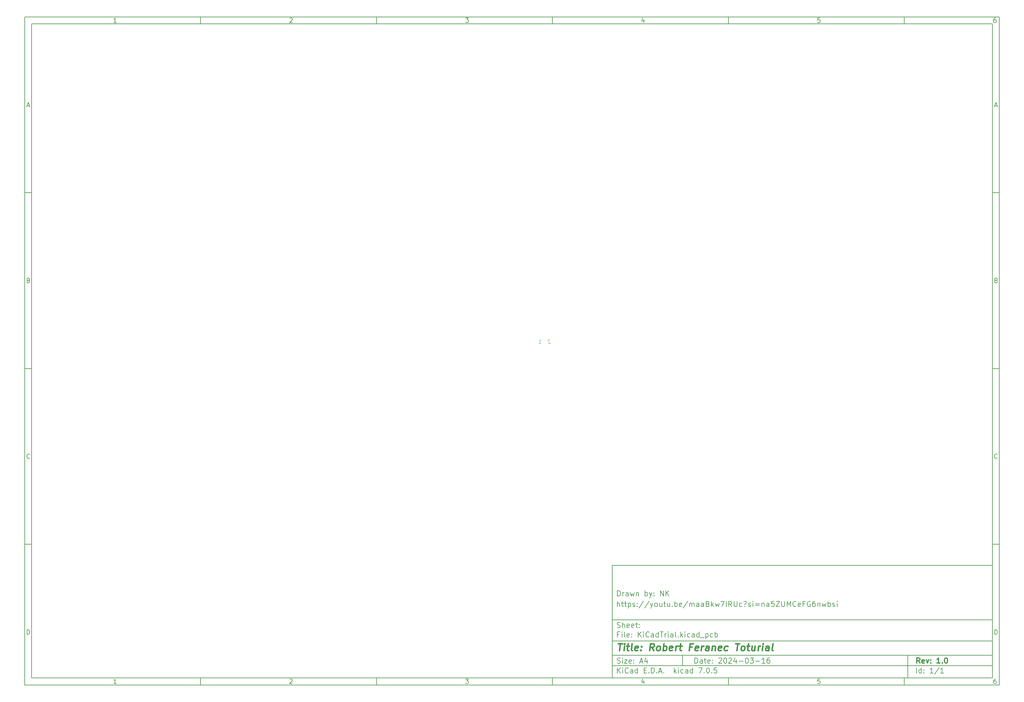
<source format=gbr>
%TF.GenerationSoftware,KiCad,Pcbnew,7.0.5*%
%TF.CreationDate,2024-05-21T11:35:56-04:00*%
%TF.ProjectId,KiCadTrial,4b694361-6454-4726-9961-6c2e6b696361,1.0*%
%TF.SameCoordinates,Original*%
%TF.FileFunction,Legend,Bot*%
%TF.FilePolarity,Positive*%
%FSLAX46Y46*%
G04 Gerber Fmt 4.6, Leading zero omitted, Abs format (unit mm)*
G04 Created by KiCad (PCBNEW 7.0.5) date 2024-05-21 11:35:56*
%MOMM*%
%LPD*%
G01*
G04 APERTURE LIST*
%ADD10C,0.100000*%
%ADD11C,0.150000*%
%ADD12C,0.300000*%
%ADD13C,0.400000*%
G04 APERTURE END LIST*
D10*
D11*
X177002200Y-166007200D02*
X285002200Y-166007200D01*
X285002200Y-198007200D01*
X177002200Y-198007200D01*
X177002200Y-166007200D01*
D10*
D11*
X10000000Y-10000000D02*
X287002200Y-10000000D01*
X287002200Y-200007200D01*
X10000000Y-200007200D01*
X10000000Y-10000000D01*
D10*
D11*
X12000000Y-12000000D02*
X285002200Y-12000000D01*
X285002200Y-198007200D01*
X12000000Y-198007200D01*
X12000000Y-12000000D01*
D10*
D11*
X60000000Y-12000000D02*
X60000000Y-10000000D01*
D10*
D11*
X110000000Y-12000000D02*
X110000000Y-10000000D01*
D10*
D11*
X160000000Y-12000000D02*
X160000000Y-10000000D01*
D10*
D11*
X210000000Y-12000000D02*
X210000000Y-10000000D01*
D10*
D11*
X260000000Y-12000000D02*
X260000000Y-10000000D01*
D10*
D11*
X36089160Y-11593604D02*
X35346303Y-11593604D01*
X35717731Y-11593604D02*
X35717731Y-10293604D01*
X35717731Y-10293604D02*
X35593922Y-10479319D01*
X35593922Y-10479319D02*
X35470112Y-10603128D01*
X35470112Y-10603128D02*
X35346303Y-10665033D01*
D10*
D11*
X85346303Y-10417414D02*
X85408207Y-10355509D01*
X85408207Y-10355509D02*
X85532017Y-10293604D01*
X85532017Y-10293604D02*
X85841541Y-10293604D01*
X85841541Y-10293604D02*
X85965350Y-10355509D01*
X85965350Y-10355509D02*
X86027255Y-10417414D01*
X86027255Y-10417414D02*
X86089160Y-10541223D01*
X86089160Y-10541223D02*
X86089160Y-10665033D01*
X86089160Y-10665033D02*
X86027255Y-10850747D01*
X86027255Y-10850747D02*
X85284398Y-11593604D01*
X85284398Y-11593604D02*
X86089160Y-11593604D01*
D10*
D11*
X135284398Y-10293604D02*
X136089160Y-10293604D01*
X136089160Y-10293604D02*
X135655826Y-10788842D01*
X135655826Y-10788842D02*
X135841541Y-10788842D01*
X135841541Y-10788842D02*
X135965350Y-10850747D01*
X135965350Y-10850747D02*
X136027255Y-10912652D01*
X136027255Y-10912652D02*
X136089160Y-11036461D01*
X136089160Y-11036461D02*
X136089160Y-11345985D01*
X136089160Y-11345985D02*
X136027255Y-11469795D01*
X136027255Y-11469795D02*
X135965350Y-11531700D01*
X135965350Y-11531700D02*
X135841541Y-11593604D01*
X135841541Y-11593604D02*
X135470112Y-11593604D01*
X135470112Y-11593604D02*
X135346303Y-11531700D01*
X135346303Y-11531700D02*
X135284398Y-11469795D01*
D10*
D11*
X185965350Y-10726938D02*
X185965350Y-11593604D01*
X185655826Y-10231700D02*
X185346303Y-11160271D01*
X185346303Y-11160271D02*
X186151064Y-11160271D01*
D10*
D11*
X236027255Y-10293604D02*
X235408207Y-10293604D01*
X235408207Y-10293604D02*
X235346303Y-10912652D01*
X235346303Y-10912652D02*
X235408207Y-10850747D01*
X235408207Y-10850747D02*
X235532017Y-10788842D01*
X235532017Y-10788842D02*
X235841541Y-10788842D01*
X235841541Y-10788842D02*
X235965350Y-10850747D01*
X235965350Y-10850747D02*
X236027255Y-10912652D01*
X236027255Y-10912652D02*
X236089160Y-11036461D01*
X236089160Y-11036461D02*
X236089160Y-11345985D01*
X236089160Y-11345985D02*
X236027255Y-11469795D01*
X236027255Y-11469795D02*
X235965350Y-11531700D01*
X235965350Y-11531700D02*
X235841541Y-11593604D01*
X235841541Y-11593604D02*
X235532017Y-11593604D01*
X235532017Y-11593604D02*
X235408207Y-11531700D01*
X235408207Y-11531700D02*
X235346303Y-11469795D01*
D10*
D11*
X285965350Y-10293604D02*
X285717731Y-10293604D01*
X285717731Y-10293604D02*
X285593922Y-10355509D01*
X285593922Y-10355509D02*
X285532017Y-10417414D01*
X285532017Y-10417414D02*
X285408207Y-10603128D01*
X285408207Y-10603128D02*
X285346303Y-10850747D01*
X285346303Y-10850747D02*
X285346303Y-11345985D01*
X285346303Y-11345985D02*
X285408207Y-11469795D01*
X285408207Y-11469795D02*
X285470112Y-11531700D01*
X285470112Y-11531700D02*
X285593922Y-11593604D01*
X285593922Y-11593604D02*
X285841541Y-11593604D01*
X285841541Y-11593604D02*
X285965350Y-11531700D01*
X285965350Y-11531700D02*
X286027255Y-11469795D01*
X286027255Y-11469795D02*
X286089160Y-11345985D01*
X286089160Y-11345985D02*
X286089160Y-11036461D01*
X286089160Y-11036461D02*
X286027255Y-10912652D01*
X286027255Y-10912652D02*
X285965350Y-10850747D01*
X285965350Y-10850747D02*
X285841541Y-10788842D01*
X285841541Y-10788842D02*
X285593922Y-10788842D01*
X285593922Y-10788842D02*
X285470112Y-10850747D01*
X285470112Y-10850747D02*
X285408207Y-10912652D01*
X285408207Y-10912652D02*
X285346303Y-11036461D01*
D10*
D11*
X60000000Y-198007200D02*
X60000000Y-200007200D01*
D10*
D11*
X110000000Y-198007200D02*
X110000000Y-200007200D01*
D10*
D11*
X160000000Y-198007200D02*
X160000000Y-200007200D01*
D10*
D11*
X210000000Y-198007200D02*
X210000000Y-200007200D01*
D10*
D11*
X260000000Y-198007200D02*
X260000000Y-200007200D01*
D10*
D11*
X36089160Y-199600804D02*
X35346303Y-199600804D01*
X35717731Y-199600804D02*
X35717731Y-198300804D01*
X35717731Y-198300804D02*
X35593922Y-198486519D01*
X35593922Y-198486519D02*
X35470112Y-198610328D01*
X35470112Y-198610328D02*
X35346303Y-198672233D01*
D10*
D11*
X85346303Y-198424614D02*
X85408207Y-198362709D01*
X85408207Y-198362709D02*
X85532017Y-198300804D01*
X85532017Y-198300804D02*
X85841541Y-198300804D01*
X85841541Y-198300804D02*
X85965350Y-198362709D01*
X85965350Y-198362709D02*
X86027255Y-198424614D01*
X86027255Y-198424614D02*
X86089160Y-198548423D01*
X86089160Y-198548423D02*
X86089160Y-198672233D01*
X86089160Y-198672233D02*
X86027255Y-198857947D01*
X86027255Y-198857947D02*
X85284398Y-199600804D01*
X85284398Y-199600804D02*
X86089160Y-199600804D01*
D10*
D11*
X135284398Y-198300804D02*
X136089160Y-198300804D01*
X136089160Y-198300804D02*
X135655826Y-198796042D01*
X135655826Y-198796042D02*
X135841541Y-198796042D01*
X135841541Y-198796042D02*
X135965350Y-198857947D01*
X135965350Y-198857947D02*
X136027255Y-198919852D01*
X136027255Y-198919852D02*
X136089160Y-199043661D01*
X136089160Y-199043661D02*
X136089160Y-199353185D01*
X136089160Y-199353185D02*
X136027255Y-199476995D01*
X136027255Y-199476995D02*
X135965350Y-199538900D01*
X135965350Y-199538900D02*
X135841541Y-199600804D01*
X135841541Y-199600804D02*
X135470112Y-199600804D01*
X135470112Y-199600804D02*
X135346303Y-199538900D01*
X135346303Y-199538900D02*
X135284398Y-199476995D01*
D10*
D11*
X185965350Y-198734138D02*
X185965350Y-199600804D01*
X185655826Y-198238900D02*
X185346303Y-199167471D01*
X185346303Y-199167471D02*
X186151064Y-199167471D01*
D10*
D11*
X236027255Y-198300804D02*
X235408207Y-198300804D01*
X235408207Y-198300804D02*
X235346303Y-198919852D01*
X235346303Y-198919852D02*
X235408207Y-198857947D01*
X235408207Y-198857947D02*
X235532017Y-198796042D01*
X235532017Y-198796042D02*
X235841541Y-198796042D01*
X235841541Y-198796042D02*
X235965350Y-198857947D01*
X235965350Y-198857947D02*
X236027255Y-198919852D01*
X236027255Y-198919852D02*
X236089160Y-199043661D01*
X236089160Y-199043661D02*
X236089160Y-199353185D01*
X236089160Y-199353185D02*
X236027255Y-199476995D01*
X236027255Y-199476995D02*
X235965350Y-199538900D01*
X235965350Y-199538900D02*
X235841541Y-199600804D01*
X235841541Y-199600804D02*
X235532017Y-199600804D01*
X235532017Y-199600804D02*
X235408207Y-199538900D01*
X235408207Y-199538900D02*
X235346303Y-199476995D01*
D10*
D11*
X285965350Y-198300804D02*
X285717731Y-198300804D01*
X285717731Y-198300804D02*
X285593922Y-198362709D01*
X285593922Y-198362709D02*
X285532017Y-198424614D01*
X285532017Y-198424614D02*
X285408207Y-198610328D01*
X285408207Y-198610328D02*
X285346303Y-198857947D01*
X285346303Y-198857947D02*
X285346303Y-199353185D01*
X285346303Y-199353185D02*
X285408207Y-199476995D01*
X285408207Y-199476995D02*
X285470112Y-199538900D01*
X285470112Y-199538900D02*
X285593922Y-199600804D01*
X285593922Y-199600804D02*
X285841541Y-199600804D01*
X285841541Y-199600804D02*
X285965350Y-199538900D01*
X285965350Y-199538900D02*
X286027255Y-199476995D01*
X286027255Y-199476995D02*
X286089160Y-199353185D01*
X286089160Y-199353185D02*
X286089160Y-199043661D01*
X286089160Y-199043661D02*
X286027255Y-198919852D01*
X286027255Y-198919852D02*
X285965350Y-198857947D01*
X285965350Y-198857947D02*
X285841541Y-198796042D01*
X285841541Y-198796042D02*
X285593922Y-198796042D01*
X285593922Y-198796042D02*
X285470112Y-198857947D01*
X285470112Y-198857947D02*
X285408207Y-198919852D01*
X285408207Y-198919852D02*
X285346303Y-199043661D01*
D10*
D11*
X10000000Y-60000000D02*
X12000000Y-60000000D01*
D10*
D11*
X10000000Y-110000000D02*
X12000000Y-110000000D01*
D10*
D11*
X10000000Y-160000000D02*
X12000000Y-160000000D01*
D10*
D11*
X10690476Y-35222176D02*
X11309523Y-35222176D01*
X10566666Y-35593604D02*
X10999999Y-34293604D01*
X10999999Y-34293604D02*
X11433333Y-35593604D01*
D10*
D11*
X11092857Y-84912652D02*
X11278571Y-84974557D01*
X11278571Y-84974557D02*
X11340476Y-85036461D01*
X11340476Y-85036461D02*
X11402380Y-85160271D01*
X11402380Y-85160271D02*
X11402380Y-85345985D01*
X11402380Y-85345985D02*
X11340476Y-85469795D01*
X11340476Y-85469795D02*
X11278571Y-85531700D01*
X11278571Y-85531700D02*
X11154761Y-85593604D01*
X11154761Y-85593604D02*
X10659523Y-85593604D01*
X10659523Y-85593604D02*
X10659523Y-84293604D01*
X10659523Y-84293604D02*
X11092857Y-84293604D01*
X11092857Y-84293604D02*
X11216666Y-84355509D01*
X11216666Y-84355509D02*
X11278571Y-84417414D01*
X11278571Y-84417414D02*
X11340476Y-84541223D01*
X11340476Y-84541223D02*
X11340476Y-84665033D01*
X11340476Y-84665033D02*
X11278571Y-84788842D01*
X11278571Y-84788842D02*
X11216666Y-84850747D01*
X11216666Y-84850747D02*
X11092857Y-84912652D01*
X11092857Y-84912652D02*
X10659523Y-84912652D01*
D10*
D11*
X11402380Y-135469795D02*
X11340476Y-135531700D01*
X11340476Y-135531700D02*
X11154761Y-135593604D01*
X11154761Y-135593604D02*
X11030952Y-135593604D01*
X11030952Y-135593604D02*
X10845238Y-135531700D01*
X10845238Y-135531700D02*
X10721428Y-135407890D01*
X10721428Y-135407890D02*
X10659523Y-135284080D01*
X10659523Y-135284080D02*
X10597619Y-135036461D01*
X10597619Y-135036461D02*
X10597619Y-134850747D01*
X10597619Y-134850747D02*
X10659523Y-134603128D01*
X10659523Y-134603128D02*
X10721428Y-134479319D01*
X10721428Y-134479319D02*
X10845238Y-134355509D01*
X10845238Y-134355509D02*
X11030952Y-134293604D01*
X11030952Y-134293604D02*
X11154761Y-134293604D01*
X11154761Y-134293604D02*
X11340476Y-134355509D01*
X11340476Y-134355509D02*
X11402380Y-134417414D01*
D10*
D11*
X10659523Y-185593604D02*
X10659523Y-184293604D01*
X10659523Y-184293604D02*
X10969047Y-184293604D01*
X10969047Y-184293604D02*
X11154761Y-184355509D01*
X11154761Y-184355509D02*
X11278571Y-184479319D01*
X11278571Y-184479319D02*
X11340476Y-184603128D01*
X11340476Y-184603128D02*
X11402380Y-184850747D01*
X11402380Y-184850747D02*
X11402380Y-185036461D01*
X11402380Y-185036461D02*
X11340476Y-185284080D01*
X11340476Y-185284080D02*
X11278571Y-185407890D01*
X11278571Y-185407890D02*
X11154761Y-185531700D01*
X11154761Y-185531700D02*
X10969047Y-185593604D01*
X10969047Y-185593604D02*
X10659523Y-185593604D01*
D10*
D11*
X287002200Y-60000000D02*
X285002200Y-60000000D01*
D10*
D11*
X287002200Y-110000000D02*
X285002200Y-110000000D01*
D10*
D11*
X287002200Y-160000000D02*
X285002200Y-160000000D01*
D10*
D11*
X285692676Y-35222176D02*
X286311723Y-35222176D01*
X285568866Y-35593604D02*
X286002199Y-34293604D01*
X286002199Y-34293604D02*
X286435533Y-35593604D01*
D10*
D11*
X286095057Y-84912652D02*
X286280771Y-84974557D01*
X286280771Y-84974557D02*
X286342676Y-85036461D01*
X286342676Y-85036461D02*
X286404580Y-85160271D01*
X286404580Y-85160271D02*
X286404580Y-85345985D01*
X286404580Y-85345985D02*
X286342676Y-85469795D01*
X286342676Y-85469795D02*
X286280771Y-85531700D01*
X286280771Y-85531700D02*
X286156961Y-85593604D01*
X286156961Y-85593604D02*
X285661723Y-85593604D01*
X285661723Y-85593604D02*
X285661723Y-84293604D01*
X285661723Y-84293604D02*
X286095057Y-84293604D01*
X286095057Y-84293604D02*
X286218866Y-84355509D01*
X286218866Y-84355509D02*
X286280771Y-84417414D01*
X286280771Y-84417414D02*
X286342676Y-84541223D01*
X286342676Y-84541223D02*
X286342676Y-84665033D01*
X286342676Y-84665033D02*
X286280771Y-84788842D01*
X286280771Y-84788842D02*
X286218866Y-84850747D01*
X286218866Y-84850747D02*
X286095057Y-84912652D01*
X286095057Y-84912652D02*
X285661723Y-84912652D01*
D10*
D11*
X286404580Y-135469795D02*
X286342676Y-135531700D01*
X286342676Y-135531700D02*
X286156961Y-135593604D01*
X286156961Y-135593604D02*
X286033152Y-135593604D01*
X286033152Y-135593604D02*
X285847438Y-135531700D01*
X285847438Y-135531700D02*
X285723628Y-135407890D01*
X285723628Y-135407890D02*
X285661723Y-135284080D01*
X285661723Y-135284080D02*
X285599819Y-135036461D01*
X285599819Y-135036461D02*
X285599819Y-134850747D01*
X285599819Y-134850747D02*
X285661723Y-134603128D01*
X285661723Y-134603128D02*
X285723628Y-134479319D01*
X285723628Y-134479319D02*
X285847438Y-134355509D01*
X285847438Y-134355509D02*
X286033152Y-134293604D01*
X286033152Y-134293604D02*
X286156961Y-134293604D01*
X286156961Y-134293604D02*
X286342676Y-134355509D01*
X286342676Y-134355509D02*
X286404580Y-134417414D01*
D10*
D11*
X285661723Y-185593604D02*
X285661723Y-184293604D01*
X285661723Y-184293604D02*
X285971247Y-184293604D01*
X285971247Y-184293604D02*
X286156961Y-184355509D01*
X286156961Y-184355509D02*
X286280771Y-184479319D01*
X286280771Y-184479319D02*
X286342676Y-184603128D01*
X286342676Y-184603128D02*
X286404580Y-184850747D01*
X286404580Y-184850747D02*
X286404580Y-185036461D01*
X286404580Y-185036461D02*
X286342676Y-185284080D01*
X286342676Y-185284080D02*
X286280771Y-185407890D01*
X286280771Y-185407890D02*
X286156961Y-185531700D01*
X286156961Y-185531700D02*
X285971247Y-185593604D01*
X285971247Y-185593604D02*
X285661723Y-185593604D01*
D10*
D11*
X200458026Y-193793328D02*
X200458026Y-192293328D01*
X200458026Y-192293328D02*
X200815169Y-192293328D01*
X200815169Y-192293328D02*
X201029455Y-192364757D01*
X201029455Y-192364757D02*
X201172312Y-192507614D01*
X201172312Y-192507614D02*
X201243741Y-192650471D01*
X201243741Y-192650471D02*
X201315169Y-192936185D01*
X201315169Y-192936185D02*
X201315169Y-193150471D01*
X201315169Y-193150471D02*
X201243741Y-193436185D01*
X201243741Y-193436185D02*
X201172312Y-193579042D01*
X201172312Y-193579042D02*
X201029455Y-193721900D01*
X201029455Y-193721900D02*
X200815169Y-193793328D01*
X200815169Y-193793328D02*
X200458026Y-193793328D01*
X202600884Y-193793328D02*
X202600884Y-193007614D01*
X202600884Y-193007614D02*
X202529455Y-192864757D01*
X202529455Y-192864757D02*
X202386598Y-192793328D01*
X202386598Y-192793328D02*
X202100884Y-192793328D01*
X202100884Y-192793328D02*
X201958026Y-192864757D01*
X202600884Y-193721900D02*
X202458026Y-193793328D01*
X202458026Y-193793328D02*
X202100884Y-193793328D01*
X202100884Y-193793328D02*
X201958026Y-193721900D01*
X201958026Y-193721900D02*
X201886598Y-193579042D01*
X201886598Y-193579042D02*
X201886598Y-193436185D01*
X201886598Y-193436185D02*
X201958026Y-193293328D01*
X201958026Y-193293328D02*
X202100884Y-193221900D01*
X202100884Y-193221900D02*
X202458026Y-193221900D01*
X202458026Y-193221900D02*
X202600884Y-193150471D01*
X203100884Y-192793328D02*
X203672312Y-192793328D01*
X203315169Y-192293328D02*
X203315169Y-193579042D01*
X203315169Y-193579042D02*
X203386598Y-193721900D01*
X203386598Y-193721900D02*
X203529455Y-193793328D01*
X203529455Y-193793328D02*
X203672312Y-193793328D01*
X204743741Y-193721900D02*
X204600884Y-193793328D01*
X204600884Y-193793328D02*
X204315170Y-193793328D01*
X204315170Y-193793328D02*
X204172312Y-193721900D01*
X204172312Y-193721900D02*
X204100884Y-193579042D01*
X204100884Y-193579042D02*
X204100884Y-193007614D01*
X204100884Y-193007614D02*
X204172312Y-192864757D01*
X204172312Y-192864757D02*
X204315170Y-192793328D01*
X204315170Y-192793328D02*
X204600884Y-192793328D01*
X204600884Y-192793328D02*
X204743741Y-192864757D01*
X204743741Y-192864757D02*
X204815170Y-193007614D01*
X204815170Y-193007614D02*
X204815170Y-193150471D01*
X204815170Y-193150471D02*
X204100884Y-193293328D01*
X205458026Y-193650471D02*
X205529455Y-193721900D01*
X205529455Y-193721900D02*
X205458026Y-193793328D01*
X205458026Y-193793328D02*
X205386598Y-193721900D01*
X205386598Y-193721900D02*
X205458026Y-193650471D01*
X205458026Y-193650471D02*
X205458026Y-193793328D01*
X205458026Y-192864757D02*
X205529455Y-192936185D01*
X205529455Y-192936185D02*
X205458026Y-193007614D01*
X205458026Y-193007614D02*
X205386598Y-192936185D01*
X205386598Y-192936185D02*
X205458026Y-192864757D01*
X205458026Y-192864757D02*
X205458026Y-193007614D01*
X207243741Y-192436185D02*
X207315169Y-192364757D01*
X207315169Y-192364757D02*
X207458027Y-192293328D01*
X207458027Y-192293328D02*
X207815169Y-192293328D01*
X207815169Y-192293328D02*
X207958027Y-192364757D01*
X207958027Y-192364757D02*
X208029455Y-192436185D01*
X208029455Y-192436185D02*
X208100884Y-192579042D01*
X208100884Y-192579042D02*
X208100884Y-192721900D01*
X208100884Y-192721900D02*
X208029455Y-192936185D01*
X208029455Y-192936185D02*
X207172312Y-193793328D01*
X207172312Y-193793328D02*
X208100884Y-193793328D01*
X209029455Y-192293328D02*
X209172312Y-192293328D01*
X209172312Y-192293328D02*
X209315169Y-192364757D01*
X209315169Y-192364757D02*
X209386598Y-192436185D01*
X209386598Y-192436185D02*
X209458026Y-192579042D01*
X209458026Y-192579042D02*
X209529455Y-192864757D01*
X209529455Y-192864757D02*
X209529455Y-193221900D01*
X209529455Y-193221900D02*
X209458026Y-193507614D01*
X209458026Y-193507614D02*
X209386598Y-193650471D01*
X209386598Y-193650471D02*
X209315169Y-193721900D01*
X209315169Y-193721900D02*
X209172312Y-193793328D01*
X209172312Y-193793328D02*
X209029455Y-193793328D01*
X209029455Y-193793328D02*
X208886598Y-193721900D01*
X208886598Y-193721900D02*
X208815169Y-193650471D01*
X208815169Y-193650471D02*
X208743740Y-193507614D01*
X208743740Y-193507614D02*
X208672312Y-193221900D01*
X208672312Y-193221900D02*
X208672312Y-192864757D01*
X208672312Y-192864757D02*
X208743740Y-192579042D01*
X208743740Y-192579042D02*
X208815169Y-192436185D01*
X208815169Y-192436185D02*
X208886598Y-192364757D01*
X208886598Y-192364757D02*
X209029455Y-192293328D01*
X210100883Y-192436185D02*
X210172311Y-192364757D01*
X210172311Y-192364757D02*
X210315169Y-192293328D01*
X210315169Y-192293328D02*
X210672311Y-192293328D01*
X210672311Y-192293328D02*
X210815169Y-192364757D01*
X210815169Y-192364757D02*
X210886597Y-192436185D01*
X210886597Y-192436185D02*
X210958026Y-192579042D01*
X210958026Y-192579042D02*
X210958026Y-192721900D01*
X210958026Y-192721900D02*
X210886597Y-192936185D01*
X210886597Y-192936185D02*
X210029454Y-193793328D01*
X210029454Y-193793328D02*
X210958026Y-193793328D01*
X212243740Y-192793328D02*
X212243740Y-193793328D01*
X211886597Y-192221900D02*
X211529454Y-193293328D01*
X211529454Y-193293328D02*
X212458025Y-193293328D01*
X213029453Y-193221900D02*
X214172311Y-193221900D01*
X215172311Y-192293328D02*
X215315168Y-192293328D01*
X215315168Y-192293328D02*
X215458025Y-192364757D01*
X215458025Y-192364757D02*
X215529454Y-192436185D01*
X215529454Y-192436185D02*
X215600882Y-192579042D01*
X215600882Y-192579042D02*
X215672311Y-192864757D01*
X215672311Y-192864757D02*
X215672311Y-193221900D01*
X215672311Y-193221900D02*
X215600882Y-193507614D01*
X215600882Y-193507614D02*
X215529454Y-193650471D01*
X215529454Y-193650471D02*
X215458025Y-193721900D01*
X215458025Y-193721900D02*
X215315168Y-193793328D01*
X215315168Y-193793328D02*
X215172311Y-193793328D01*
X215172311Y-193793328D02*
X215029454Y-193721900D01*
X215029454Y-193721900D02*
X214958025Y-193650471D01*
X214958025Y-193650471D02*
X214886596Y-193507614D01*
X214886596Y-193507614D02*
X214815168Y-193221900D01*
X214815168Y-193221900D02*
X214815168Y-192864757D01*
X214815168Y-192864757D02*
X214886596Y-192579042D01*
X214886596Y-192579042D02*
X214958025Y-192436185D01*
X214958025Y-192436185D02*
X215029454Y-192364757D01*
X215029454Y-192364757D02*
X215172311Y-192293328D01*
X216172310Y-192293328D02*
X217100882Y-192293328D01*
X217100882Y-192293328D02*
X216600882Y-192864757D01*
X216600882Y-192864757D02*
X216815167Y-192864757D01*
X216815167Y-192864757D02*
X216958025Y-192936185D01*
X216958025Y-192936185D02*
X217029453Y-193007614D01*
X217029453Y-193007614D02*
X217100882Y-193150471D01*
X217100882Y-193150471D02*
X217100882Y-193507614D01*
X217100882Y-193507614D02*
X217029453Y-193650471D01*
X217029453Y-193650471D02*
X216958025Y-193721900D01*
X216958025Y-193721900D02*
X216815167Y-193793328D01*
X216815167Y-193793328D02*
X216386596Y-193793328D01*
X216386596Y-193793328D02*
X216243739Y-193721900D01*
X216243739Y-193721900D02*
X216172310Y-193650471D01*
X217743738Y-193221900D02*
X218886596Y-193221900D01*
X220386596Y-193793328D02*
X219529453Y-193793328D01*
X219958024Y-193793328D02*
X219958024Y-192293328D01*
X219958024Y-192293328D02*
X219815167Y-192507614D01*
X219815167Y-192507614D02*
X219672310Y-192650471D01*
X219672310Y-192650471D02*
X219529453Y-192721900D01*
X221672310Y-192293328D02*
X221386595Y-192293328D01*
X221386595Y-192293328D02*
X221243738Y-192364757D01*
X221243738Y-192364757D02*
X221172310Y-192436185D01*
X221172310Y-192436185D02*
X221029452Y-192650471D01*
X221029452Y-192650471D02*
X220958024Y-192936185D01*
X220958024Y-192936185D02*
X220958024Y-193507614D01*
X220958024Y-193507614D02*
X221029452Y-193650471D01*
X221029452Y-193650471D02*
X221100881Y-193721900D01*
X221100881Y-193721900D02*
X221243738Y-193793328D01*
X221243738Y-193793328D02*
X221529452Y-193793328D01*
X221529452Y-193793328D02*
X221672310Y-193721900D01*
X221672310Y-193721900D02*
X221743738Y-193650471D01*
X221743738Y-193650471D02*
X221815167Y-193507614D01*
X221815167Y-193507614D02*
X221815167Y-193150471D01*
X221815167Y-193150471D02*
X221743738Y-193007614D01*
X221743738Y-193007614D02*
X221672310Y-192936185D01*
X221672310Y-192936185D02*
X221529452Y-192864757D01*
X221529452Y-192864757D02*
X221243738Y-192864757D01*
X221243738Y-192864757D02*
X221100881Y-192936185D01*
X221100881Y-192936185D02*
X221029452Y-193007614D01*
X221029452Y-193007614D02*
X220958024Y-193150471D01*
D10*
D11*
X177002200Y-194507200D02*
X285002200Y-194507200D01*
D10*
D11*
X178458026Y-196593328D02*
X178458026Y-195093328D01*
X179315169Y-196593328D02*
X178672312Y-195736185D01*
X179315169Y-195093328D02*
X178458026Y-195950471D01*
X179958026Y-196593328D02*
X179958026Y-195593328D01*
X179958026Y-195093328D02*
X179886598Y-195164757D01*
X179886598Y-195164757D02*
X179958026Y-195236185D01*
X179958026Y-195236185D02*
X180029455Y-195164757D01*
X180029455Y-195164757D02*
X179958026Y-195093328D01*
X179958026Y-195093328D02*
X179958026Y-195236185D01*
X181529455Y-196450471D02*
X181458027Y-196521900D01*
X181458027Y-196521900D02*
X181243741Y-196593328D01*
X181243741Y-196593328D02*
X181100884Y-196593328D01*
X181100884Y-196593328D02*
X180886598Y-196521900D01*
X180886598Y-196521900D02*
X180743741Y-196379042D01*
X180743741Y-196379042D02*
X180672312Y-196236185D01*
X180672312Y-196236185D02*
X180600884Y-195950471D01*
X180600884Y-195950471D02*
X180600884Y-195736185D01*
X180600884Y-195736185D02*
X180672312Y-195450471D01*
X180672312Y-195450471D02*
X180743741Y-195307614D01*
X180743741Y-195307614D02*
X180886598Y-195164757D01*
X180886598Y-195164757D02*
X181100884Y-195093328D01*
X181100884Y-195093328D02*
X181243741Y-195093328D01*
X181243741Y-195093328D02*
X181458027Y-195164757D01*
X181458027Y-195164757D02*
X181529455Y-195236185D01*
X182815170Y-196593328D02*
X182815170Y-195807614D01*
X182815170Y-195807614D02*
X182743741Y-195664757D01*
X182743741Y-195664757D02*
X182600884Y-195593328D01*
X182600884Y-195593328D02*
X182315170Y-195593328D01*
X182315170Y-195593328D02*
X182172312Y-195664757D01*
X182815170Y-196521900D02*
X182672312Y-196593328D01*
X182672312Y-196593328D02*
X182315170Y-196593328D01*
X182315170Y-196593328D02*
X182172312Y-196521900D01*
X182172312Y-196521900D02*
X182100884Y-196379042D01*
X182100884Y-196379042D02*
X182100884Y-196236185D01*
X182100884Y-196236185D02*
X182172312Y-196093328D01*
X182172312Y-196093328D02*
X182315170Y-196021900D01*
X182315170Y-196021900D02*
X182672312Y-196021900D01*
X182672312Y-196021900D02*
X182815170Y-195950471D01*
X184172313Y-196593328D02*
X184172313Y-195093328D01*
X184172313Y-196521900D02*
X184029455Y-196593328D01*
X184029455Y-196593328D02*
X183743741Y-196593328D01*
X183743741Y-196593328D02*
X183600884Y-196521900D01*
X183600884Y-196521900D02*
X183529455Y-196450471D01*
X183529455Y-196450471D02*
X183458027Y-196307614D01*
X183458027Y-196307614D02*
X183458027Y-195879042D01*
X183458027Y-195879042D02*
X183529455Y-195736185D01*
X183529455Y-195736185D02*
X183600884Y-195664757D01*
X183600884Y-195664757D02*
X183743741Y-195593328D01*
X183743741Y-195593328D02*
X184029455Y-195593328D01*
X184029455Y-195593328D02*
X184172313Y-195664757D01*
X186029455Y-195807614D02*
X186529455Y-195807614D01*
X186743741Y-196593328D02*
X186029455Y-196593328D01*
X186029455Y-196593328D02*
X186029455Y-195093328D01*
X186029455Y-195093328D02*
X186743741Y-195093328D01*
X187386598Y-196450471D02*
X187458027Y-196521900D01*
X187458027Y-196521900D02*
X187386598Y-196593328D01*
X187386598Y-196593328D02*
X187315170Y-196521900D01*
X187315170Y-196521900D02*
X187386598Y-196450471D01*
X187386598Y-196450471D02*
X187386598Y-196593328D01*
X188100884Y-196593328D02*
X188100884Y-195093328D01*
X188100884Y-195093328D02*
X188458027Y-195093328D01*
X188458027Y-195093328D02*
X188672313Y-195164757D01*
X188672313Y-195164757D02*
X188815170Y-195307614D01*
X188815170Y-195307614D02*
X188886599Y-195450471D01*
X188886599Y-195450471D02*
X188958027Y-195736185D01*
X188958027Y-195736185D02*
X188958027Y-195950471D01*
X188958027Y-195950471D02*
X188886599Y-196236185D01*
X188886599Y-196236185D02*
X188815170Y-196379042D01*
X188815170Y-196379042D02*
X188672313Y-196521900D01*
X188672313Y-196521900D02*
X188458027Y-196593328D01*
X188458027Y-196593328D02*
X188100884Y-196593328D01*
X189600884Y-196450471D02*
X189672313Y-196521900D01*
X189672313Y-196521900D02*
X189600884Y-196593328D01*
X189600884Y-196593328D02*
X189529456Y-196521900D01*
X189529456Y-196521900D02*
X189600884Y-196450471D01*
X189600884Y-196450471D02*
X189600884Y-196593328D01*
X190243742Y-196164757D02*
X190958028Y-196164757D01*
X190100885Y-196593328D02*
X190600885Y-195093328D01*
X190600885Y-195093328D02*
X191100885Y-196593328D01*
X191600884Y-196450471D02*
X191672313Y-196521900D01*
X191672313Y-196521900D02*
X191600884Y-196593328D01*
X191600884Y-196593328D02*
X191529456Y-196521900D01*
X191529456Y-196521900D02*
X191600884Y-196450471D01*
X191600884Y-196450471D02*
X191600884Y-196593328D01*
X194600884Y-196593328D02*
X194600884Y-195093328D01*
X194743742Y-196021900D02*
X195172313Y-196593328D01*
X195172313Y-195593328D02*
X194600884Y-196164757D01*
X195815170Y-196593328D02*
X195815170Y-195593328D01*
X195815170Y-195093328D02*
X195743742Y-195164757D01*
X195743742Y-195164757D02*
X195815170Y-195236185D01*
X195815170Y-195236185D02*
X195886599Y-195164757D01*
X195886599Y-195164757D02*
X195815170Y-195093328D01*
X195815170Y-195093328D02*
X195815170Y-195236185D01*
X197172314Y-196521900D02*
X197029456Y-196593328D01*
X197029456Y-196593328D02*
X196743742Y-196593328D01*
X196743742Y-196593328D02*
X196600885Y-196521900D01*
X196600885Y-196521900D02*
X196529456Y-196450471D01*
X196529456Y-196450471D02*
X196458028Y-196307614D01*
X196458028Y-196307614D02*
X196458028Y-195879042D01*
X196458028Y-195879042D02*
X196529456Y-195736185D01*
X196529456Y-195736185D02*
X196600885Y-195664757D01*
X196600885Y-195664757D02*
X196743742Y-195593328D01*
X196743742Y-195593328D02*
X197029456Y-195593328D01*
X197029456Y-195593328D02*
X197172314Y-195664757D01*
X198458028Y-196593328D02*
X198458028Y-195807614D01*
X198458028Y-195807614D02*
X198386599Y-195664757D01*
X198386599Y-195664757D02*
X198243742Y-195593328D01*
X198243742Y-195593328D02*
X197958028Y-195593328D01*
X197958028Y-195593328D02*
X197815170Y-195664757D01*
X198458028Y-196521900D02*
X198315170Y-196593328D01*
X198315170Y-196593328D02*
X197958028Y-196593328D01*
X197958028Y-196593328D02*
X197815170Y-196521900D01*
X197815170Y-196521900D02*
X197743742Y-196379042D01*
X197743742Y-196379042D02*
X197743742Y-196236185D01*
X197743742Y-196236185D02*
X197815170Y-196093328D01*
X197815170Y-196093328D02*
X197958028Y-196021900D01*
X197958028Y-196021900D02*
X198315170Y-196021900D01*
X198315170Y-196021900D02*
X198458028Y-195950471D01*
X199815171Y-196593328D02*
X199815171Y-195093328D01*
X199815171Y-196521900D02*
X199672313Y-196593328D01*
X199672313Y-196593328D02*
X199386599Y-196593328D01*
X199386599Y-196593328D02*
X199243742Y-196521900D01*
X199243742Y-196521900D02*
X199172313Y-196450471D01*
X199172313Y-196450471D02*
X199100885Y-196307614D01*
X199100885Y-196307614D02*
X199100885Y-195879042D01*
X199100885Y-195879042D02*
X199172313Y-195736185D01*
X199172313Y-195736185D02*
X199243742Y-195664757D01*
X199243742Y-195664757D02*
X199386599Y-195593328D01*
X199386599Y-195593328D02*
X199672313Y-195593328D01*
X199672313Y-195593328D02*
X199815171Y-195664757D01*
X201529456Y-195093328D02*
X202529456Y-195093328D01*
X202529456Y-195093328D02*
X201886599Y-196593328D01*
X203100884Y-196450471D02*
X203172313Y-196521900D01*
X203172313Y-196521900D02*
X203100884Y-196593328D01*
X203100884Y-196593328D02*
X203029456Y-196521900D01*
X203029456Y-196521900D02*
X203100884Y-196450471D01*
X203100884Y-196450471D02*
X203100884Y-196593328D01*
X204100885Y-195093328D02*
X204243742Y-195093328D01*
X204243742Y-195093328D02*
X204386599Y-195164757D01*
X204386599Y-195164757D02*
X204458028Y-195236185D01*
X204458028Y-195236185D02*
X204529456Y-195379042D01*
X204529456Y-195379042D02*
X204600885Y-195664757D01*
X204600885Y-195664757D02*
X204600885Y-196021900D01*
X204600885Y-196021900D02*
X204529456Y-196307614D01*
X204529456Y-196307614D02*
X204458028Y-196450471D01*
X204458028Y-196450471D02*
X204386599Y-196521900D01*
X204386599Y-196521900D02*
X204243742Y-196593328D01*
X204243742Y-196593328D02*
X204100885Y-196593328D01*
X204100885Y-196593328D02*
X203958028Y-196521900D01*
X203958028Y-196521900D02*
X203886599Y-196450471D01*
X203886599Y-196450471D02*
X203815170Y-196307614D01*
X203815170Y-196307614D02*
X203743742Y-196021900D01*
X203743742Y-196021900D02*
X203743742Y-195664757D01*
X203743742Y-195664757D02*
X203815170Y-195379042D01*
X203815170Y-195379042D02*
X203886599Y-195236185D01*
X203886599Y-195236185D02*
X203958028Y-195164757D01*
X203958028Y-195164757D02*
X204100885Y-195093328D01*
X205243741Y-196450471D02*
X205315170Y-196521900D01*
X205315170Y-196521900D02*
X205243741Y-196593328D01*
X205243741Y-196593328D02*
X205172313Y-196521900D01*
X205172313Y-196521900D02*
X205243741Y-196450471D01*
X205243741Y-196450471D02*
X205243741Y-196593328D01*
X206672313Y-195093328D02*
X205958027Y-195093328D01*
X205958027Y-195093328D02*
X205886599Y-195807614D01*
X205886599Y-195807614D02*
X205958027Y-195736185D01*
X205958027Y-195736185D02*
X206100885Y-195664757D01*
X206100885Y-195664757D02*
X206458027Y-195664757D01*
X206458027Y-195664757D02*
X206600885Y-195736185D01*
X206600885Y-195736185D02*
X206672313Y-195807614D01*
X206672313Y-195807614D02*
X206743742Y-195950471D01*
X206743742Y-195950471D02*
X206743742Y-196307614D01*
X206743742Y-196307614D02*
X206672313Y-196450471D01*
X206672313Y-196450471D02*
X206600885Y-196521900D01*
X206600885Y-196521900D02*
X206458027Y-196593328D01*
X206458027Y-196593328D02*
X206100885Y-196593328D01*
X206100885Y-196593328D02*
X205958027Y-196521900D01*
X205958027Y-196521900D02*
X205886599Y-196450471D01*
D10*
D11*
X177002200Y-191507200D02*
X285002200Y-191507200D01*
D10*
D12*
X264413853Y-193785528D02*
X263913853Y-193071242D01*
X263556710Y-193785528D02*
X263556710Y-192285528D01*
X263556710Y-192285528D02*
X264128139Y-192285528D01*
X264128139Y-192285528D02*
X264270996Y-192356957D01*
X264270996Y-192356957D02*
X264342425Y-192428385D01*
X264342425Y-192428385D02*
X264413853Y-192571242D01*
X264413853Y-192571242D02*
X264413853Y-192785528D01*
X264413853Y-192785528D02*
X264342425Y-192928385D01*
X264342425Y-192928385D02*
X264270996Y-192999814D01*
X264270996Y-192999814D02*
X264128139Y-193071242D01*
X264128139Y-193071242D02*
X263556710Y-193071242D01*
X265628139Y-193714100D02*
X265485282Y-193785528D01*
X265485282Y-193785528D02*
X265199568Y-193785528D01*
X265199568Y-193785528D02*
X265056710Y-193714100D01*
X265056710Y-193714100D02*
X264985282Y-193571242D01*
X264985282Y-193571242D02*
X264985282Y-192999814D01*
X264985282Y-192999814D02*
X265056710Y-192856957D01*
X265056710Y-192856957D02*
X265199568Y-192785528D01*
X265199568Y-192785528D02*
X265485282Y-192785528D01*
X265485282Y-192785528D02*
X265628139Y-192856957D01*
X265628139Y-192856957D02*
X265699568Y-192999814D01*
X265699568Y-192999814D02*
X265699568Y-193142671D01*
X265699568Y-193142671D02*
X264985282Y-193285528D01*
X266199567Y-192785528D02*
X266556710Y-193785528D01*
X266556710Y-193785528D02*
X266913853Y-192785528D01*
X267485281Y-193642671D02*
X267556710Y-193714100D01*
X267556710Y-193714100D02*
X267485281Y-193785528D01*
X267485281Y-193785528D02*
X267413853Y-193714100D01*
X267413853Y-193714100D02*
X267485281Y-193642671D01*
X267485281Y-193642671D02*
X267485281Y-193785528D01*
X267485281Y-192856957D02*
X267556710Y-192928385D01*
X267556710Y-192928385D02*
X267485281Y-192999814D01*
X267485281Y-192999814D02*
X267413853Y-192928385D01*
X267413853Y-192928385D02*
X267485281Y-192856957D01*
X267485281Y-192856957D02*
X267485281Y-192999814D01*
X270128139Y-193785528D02*
X269270996Y-193785528D01*
X269699567Y-193785528D02*
X269699567Y-192285528D01*
X269699567Y-192285528D02*
X269556710Y-192499814D01*
X269556710Y-192499814D02*
X269413853Y-192642671D01*
X269413853Y-192642671D02*
X269270996Y-192714100D01*
X270770995Y-193642671D02*
X270842424Y-193714100D01*
X270842424Y-193714100D02*
X270770995Y-193785528D01*
X270770995Y-193785528D02*
X270699567Y-193714100D01*
X270699567Y-193714100D02*
X270770995Y-193642671D01*
X270770995Y-193642671D02*
X270770995Y-193785528D01*
X271770996Y-192285528D02*
X271913853Y-192285528D01*
X271913853Y-192285528D02*
X272056710Y-192356957D01*
X272056710Y-192356957D02*
X272128139Y-192428385D01*
X272128139Y-192428385D02*
X272199567Y-192571242D01*
X272199567Y-192571242D02*
X272270996Y-192856957D01*
X272270996Y-192856957D02*
X272270996Y-193214100D01*
X272270996Y-193214100D02*
X272199567Y-193499814D01*
X272199567Y-193499814D02*
X272128139Y-193642671D01*
X272128139Y-193642671D02*
X272056710Y-193714100D01*
X272056710Y-193714100D02*
X271913853Y-193785528D01*
X271913853Y-193785528D02*
X271770996Y-193785528D01*
X271770996Y-193785528D02*
X271628139Y-193714100D01*
X271628139Y-193714100D02*
X271556710Y-193642671D01*
X271556710Y-193642671D02*
X271485281Y-193499814D01*
X271485281Y-193499814D02*
X271413853Y-193214100D01*
X271413853Y-193214100D02*
X271413853Y-192856957D01*
X271413853Y-192856957D02*
X271485281Y-192571242D01*
X271485281Y-192571242D02*
X271556710Y-192428385D01*
X271556710Y-192428385D02*
X271628139Y-192356957D01*
X271628139Y-192356957D02*
X271770996Y-192285528D01*
D10*
D11*
X178386598Y-193721900D02*
X178600884Y-193793328D01*
X178600884Y-193793328D02*
X178958026Y-193793328D01*
X178958026Y-193793328D02*
X179100884Y-193721900D01*
X179100884Y-193721900D02*
X179172312Y-193650471D01*
X179172312Y-193650471D02*
X179243741Y-193507614D01*
X179243741Y-193507614D02*
X179243741Y-193364757D01*
X179243741Y-193364757D02*
X179172312Y-193221900D01*
X179172312Y-193221900D02*
X179100884Y-193150471D01*
X179100884Y-193150471D02*
X178958026Y-193079042D01*
X178958026Y-193079042D02*
X178672312Y-193007614D01*
X178672312Y-193007614D02*
X178529455Y-192936185D01*
X178529455Y-192936185D02*
X178458026Y-192864757D01*
X178458026Y-192864757D02*
X178386598Y-192721900D01*
X178386598Y-192721900D02*
X178386598Y-192579042D01*
X178386598Y-192579042D02*
X178458026Y-192436185D01*
X178458026Y-192436185D02*
X178529455Y-192364757D01*
X178529455Y-192364757D02*
X178672312Y-192293328D01*
X178672312Y-192293328D02*
X179029455Y-192293328D01*
X179029455Y-192293328D02*
X179243741Y-192364757D01*
X179886597Y-193793328D02*
X179886597Y-192793328D01*
X179886597Y-192293328D02*
X179815169Y-192364757D01*
X179815169Y-192364757D02*
X179886597Y-192436185D01*
X179886597Y-192436185D02*
X179958026Y-192364757D01*
X179958026Y-192364757D02*
X179886597Y-192293328D01*
X179886597Y-192293328D02*
X179886597Y-192436185D01*
X180458026Y-192793328D02*
X181243741Y-192793328D01*
X181243741Y-192793328D02*
X180458026Y-193793328D01*
X180458026Y-193793328D02*
X181243741Y-193793328D01*
X182386598Y-193721900D02*
X182243741Y-193793328D01*
X182243741Y-193793328D02*
X181958027Y-193793328D01*
X181958027Y-193793328D02*
X181815169Y-193721900D01*
X181815169Y-193721900D02*
X181743741Y-193579042D01*
X181743741Y-193579042D02*
X181743741Y-193007614D01*
X181743741Y-193007614D02*
X181815169Y-192864757D01*
X181815169Y-192864757D02*
X181958027Y-192793328D01*
X181958027Y-192793328D02*
X182243741Y-192793328D01*
X182243741Y-192793328D02*
X182386598Y-192864757D01*
X182386598Y-192864757D02*
X182458027Y-193007614D01*
X182458027Y-193007614D02*
X182458027Y-193150471D01*
X182458027Y-193150471D02*
X181743741Y-193293328D01*
X183100883Y-193650471D02*
X183172312Y-193721900D01*
X183172312Y-193721900D02*
X183100883Y-193793328D01*
X183100883Y-193793328D02*
X183029455Y-193721900D01*
X183029455Y-193721900D02*
X183100883Y-193650471D01*
X183100883Y-193650471D02*
X183100883Y-193793328D01*
X183100883Y-192864757D02*
X183172312Y-192936185D01*
X183172312Y-192936185D02*
X183100883Y-193007614D01*
X183100883Y-193007614D02*
X183029455Y-192936185D01*
X183029455Y-192936185D02*
X183100883Y-192864757D01*
X183100883Y-192864757D02*
X183100883Y-193007614D01*
X184886598Y-193364757D02*
X185600884Y-193364757D01*
X184743741Y-193793328D02*
X185243741Y-192293328D01*
X185243741Y-192293328D02*
X185743741Y-193793328D01*
X186886598Y-192793328D02*
X186886598Y-193793328D01*
X186529455Y-192221900D02*
X186172312Y-193293328D01*
X186172312Y-193293328D02*
X187100883Y-193293328D01*
D10*
D11*
X263458026Y-196593328D02*
X263458026Y-195093328D01*
X264815170Y-196593328D02*
X264815170Y-195093328D01*
X264815170Y-196521900D02*
X264672312Y-196593328D01*
X264672312Y-196593328D02*
X264386598Y-196593328D01*
X264386598Y-196593328D02*
X264243741Y-196521900D01*
X264243741Y-196521900D02*
X264172312Y-196450471D01*
X264172312Y-196450471D02*
X264100884Y-196307614D01*
X264100884Y-196307614D02*
X264100884Y-195879042D01*
X264100884Y-195879042D02*
X264172312Y-195736185D01*
X264172312Y-195736185D02*
X264243741Y-195664757D01*
X264243741Y-195664757D02*
X264386598Y-195593328D01*
X264386598Y-195593328D02*
X264672312Y-195593328D01*
X264672312Y-195593328D02*
X264815170Y-195664757D01*
X265529455Y-196450471D02*
X265600884Y-196521900D01*
X265600884Y-196521900D02*
X265529455Y-196593328D01*
X265529455Y-196593328D02*
X265458027Y-196521900D01*
X265458027Y-196521900D02*
X265529455Y-196450471D01*
X265529455Y-196450471D02*
X265529455Y-196593328D01*
X265529455Y-195664757D02*
X265600884Y-195736185D01*
X265600884Y-195736185D02*
X265529455Y-195807614D01*
X265529455Y-195807614D02*
X265458027Y-195736185D01*
X265458027Y-195736185D02*
X265529455Y-195664757D01*
X265529455Y-195664757D02*
X265529455Y-195807614D01*
X268172313Y-196593328D02*
X267315170Y-196593328D01*
X267743741Y-196593328D02*
X267743741Y-195093328D01*
X267743741Y-195093328D02*
X267600884Y-195307614D01*
X267600884Y-195307614D02*
X267458027Y-195450471D01*
X267458027Y-195450471D02*
X267315170Y-195521900D01*
X269886598Y-195021900D02*
X268600884Y-196950471D01*
X271172313Y-196593328D02*
X270315170Y-196593328D01*
X270743741Y-196593328D02*
X270743741Y-195093328D01*
X270743741Y-195093328D02*
X270600884Y-195307614D01*
X270600884Y-195307614D02*
X270458027Y-195450471D01*
X270458027Y-195450471D02*
X270315170Y-195521900D01*
D10*
D11*
X177002200Y-187507200D02*
X285002200Y-187507200D01*
D10*
D13*
X178693928Y-188211638D02*
X179836785Y-188211638D01*
X179015357Y-190211638D02*
X179265357Y-188211638D01*
X180253452Y-190211638D02*
X180420119Y-188878304D01*
X180503452Y-188211638D02*
X180396309Y-188306876D01*
X180396309Y-188306876D02*
X180479643Y-188402114D01*
X180479643Y-188402114D02*
X180586786Y-188306876D01*
X180586786Y-188306876D02*
X180503452Y-188211638D01*
X180503452Y-188211638D02*
X180479643Y-188402114D01*
X181086786Y-188878304D02*
X181848690Y-188878304D01*
X181455833Y-188211638D02*
X181241548Y-189925923D01*
X181241548Y-189925923D02*
X181312976Y-190116400D01*
X181312976Y-190116400D02*
X181491548Y-190211638D01*
X181491548Y-190211638D02*
X181682024Y-190211638D01*
X182634405Y-190211638D02*
X182455833Y-190116400D01*
X182455833Y-190116400D02*
X182384405Y-189925923D01*
X182384405Y-189925923D02*
X182598690Y-188211638D01*
X184170119Y-190116400D02*
X183967738Y-190211638D01*
X183967738Y-190211638D02*
X183586785Y-190211638D01*
X183586785Y-190211638D02*
X183408214Y-190116400D01*
X183408214Y-190116400D02*
X183336785Y-189925923D01*
X183336785Y-189925923D02*
X183432024Y-189164019D01*
X183432024Y-189164019D02*
X183551071Y-188973542D01*
X183551071Y-188973542D02*
X183753452Y-188878304D01*
X183753452Y-188878304D02*
X184134404Y-188878304D01*
X184134404Y-188878304D02*
X184312976Y-188973542D01*
X184312976Y-188973542D02*
X184384404Y-189164019D01*
X184384404Y-189164019D02*
X184360595Y-189354495D01*
X184360595Y-189354495D02*
X183384404Y-189544971D01*
X185134405Y-190021161D02*
X185217738Y-190116400D01*
X185217738Y-190116400D02*
X185110595Y-190211638D01*
X185110595Y-190211638D02*
X185027262Y-190116400D01*
X185027262Y-190116400D02*
X185134405Y-190021161D01*
X185134405Y-190021161D02*
X185110595Y-190211638D01*
X185265357Y-188973542D02*
X185348690Y-189068780D01*
X185348690Y-189068780D02*
X185241548Y-189164019D01*
X185241548Y-189164019D02*
X185158214Y-189068780D01*
X185158214Y-189068780D02*
X185265357Y-188973542D01*
X185265357Y-188973542D02*
X185241548Y-189164019D01*
X188729643Y-190211638D02*
X188182024Y-189259257D01*
X187586786Y-190211638D02*
X187836786Y-188211638D01*
X187836786Y-188211638D02*
X188598691Y-188211638D01*
X188598691Y-188211638D02*
X188777262Y-188306876D01*
X188777262Y-188306876D02*
X188860596Y-188402114D01*
X188860596Y-188402114D02*
X188932024Y-188592590D01*
X188932024Y-188592590D02*
X188896310Y-188878304D01*
X188896310Y-188878304D02*
X188777262Y-189068780D01*
X188777262Y-189068780D02*
X188670120Y-189164019D01*
X188670120Y-189164019D02*
X188467739Y-189259257D01*
X188467739Y-189259257D02*
X187705834Y-189259257D01*
X189872501Y-190211638D02*
X189693929Y-190116400D01*
X189693929Y-190116400D02*
X189610596Y-190021161D01*
X189610596Y-190021161D02*
X189539167Y-189830685D01*
X189539167Y-189830685D02*
X189610596Y-189259257D01*
X189610596Y-189259257D02*
X189729643Y-189068780D01*
X189729643Y-189068780D02*
X189836786Y-188973542D01*
X189836786Y-188973542D02*
X190039167Y-188878304D01*
X190039167Y-188878304D02*
X190324881Y-188878304D01*
X190324881Y-188878304D02*
X190503453Y-188973542D01*
X190503453Y-188973542D02*
X190586786Y-189068780D01*
X190586786Y-189068780D02*
X190658215Y-189259257D01*
X190658215Y-189259257D02*
X190586786Y-189830685D01*
X190586786Y-189830685D02*
X190467739Y-190021161D01*
X190467739Y-190021161D02*
X190360596Y-190116400D01*
X190360596Y-190116400D02*
X190158215Y-190211638D01*
X190158215Y-190211638D02*
X189872501Y-190211638D01*
X191396310Y-190211638D02*
X191646310Y-188211638D01*
X191551072Y-188973542D02*
X191753453Y-188878304D01*
X191753453Y-188878304D02*
X192134405Y-188878304D01*
X192134405Y-188878304D02*
X192312977Y-188973542D01*
X192312977Y-188973542D02*
X192396310Y-189068780D01*
X192396310Y-189068780D02*
X192467739Y-189259257D01*
X192467739Y-189259257D02*
X192396310Y-189830685D01*
X192396310Y-189830685D02*
X192277263Y-190021161D01*
X192277263Y-190021161D02*
X192170120Y-190116400D01*
X192170120Y-190116400D02*
X191967739Y-190211638D01*
X191967739Y-190211638D02*
X191586786Y-190211638D01*
X191586786Y-190211638D02*
X191408215Y-190116400D01*
X193979644Y-190116400D02*
X193777263Y-190211638D01*
X193777263Y-190211638D02*
X193396310Y-190211638D01*
X193396310Y-190211638D02*
X193217739Y-190116400D01*
X193217739Y-190116400D02*
X193146310Y-189925923D01*
X193146310Y-189925923D02*
X193241549Y-189164019D01*
X193241549Y-189164019D02*
X193360596Y-188973542D01*
X193360596Y-188973542D02*
X193562977Y-188878304D01*
X193562977Y-188878304D02*
X193943929Y-188878304D01*
X193943929Y-188878304D02*
X194122501Y-188973542D01*
X194122501Y-188973542D02*
X194193929Y-189164019D01*
X194193929Y-189164019D02*
X194170120Y-189354495D01*
X194170120Y-189354495D02*
X193193929Y-189544971D01*
X194920120Y-190211638D02*
X195086787Y-188878304D01*
X195039168Y-189259257D02*
X195158215Y-189068780D01*
X195158215Y-189068780D02*
X195265358Y-188973542D01*
X195265358Y-188973542D02*
X195467739Y-188878304D01*
X195467739Y-188878304D02*
X195658215Y-188878304D01*
X196039168Y-188878304D02*
X196801072Y-188878304D01*
X196408215Y-188211638D02*
X196193930Y-189925923D01*
X196193930Y-189925923D02*
X196265358Y-190116400D01*
X196265358Y-190116400D02*
X196443930Y-190211638D01*
X196443930Y-190211638D02*
X196634406Y-190211638D01*
X199622501Y-189164019D02*
X198955835Y-189164019D01*
X198824882Y-190211638D02*
X199074882Y-188211638D01*
X199074882Y-188211638D02*
X200027263Y-188211638D01*
X201312978Y-190116400D02*
X201110597Y-190211638D01*
X201110597Y-190211638D02*
X200729644Y-190211638D01*
X200729644Y-190211638D02*
X200551073Y-190116400D01*
X200551073Y-190116400D02*
X200479644Y-189925923D01*
X200479644Y-189925923D02*
X200574883Y-189164019D01*
X200574883Y-189164019D02*
X200693930Y-188973542D01*
X200693930Y-188973542D02*
X200896311Y-188878304D01*
X200896311Y-188878304D02*
X201277263Y-188878304D01*
X201277263Y-188878304D02*
X201455835Y-188973542D01*
X201455835Y-188973542D02*
X201527263Y-189164019D01*
X201527263Y-189164019D02*
X201503454Y-189354495D01*
X201503454Y-189354495D02*
X200527263Y-189544971D01*
X202253454Y-190211638D02*
X202420121Y-188878304D01*
X202372502Y-189259257D02*
X202491549Y-189068780D01*
X202491549Y-189068780D02*
X202598692Y-188973542D01*
X202598692Y-188973542D02*
X202801073Y-188878304D01*
X202801073Y-188878304D02*
X202991549Y-188878304D01*
X204348692Y-190211638D02*
X204479644Y-189164019D01*
X204479644Y-189164019D02*
X204408216Y-188973542D01*
X204408216Y-188973542D02*
X204229644Y-188878304D01*
X204229644Y-188878304D02*
X203848692Y-188878304D01*
X203848692Y-188878304D02*
X203646311Y-188973542D01*
X204360597Y-190116400D02*
X204158216Y-190211638D01*
X204158216Y-190211638D02*
X203682025Y-190211638D01*
X203682025Y-190211638D02*
X203503454Y-190116400D01*
X203503454Y-190116400D02*
X203432025Y-189925923D01*
X203432025Y-189925923D02*
X203455835Y-189735447D01*
X203455835Y-189735447D02*
X203574883Y-189544971D01*
X203574883Y-189544971D02*
X203777264Y-189449733D01*
X203777264Y-189449733D02*
X204253454Y-189449733D01*
X204253454Y-189449733D02*
X204455835Y-189354495D01*
X205467740Y-188878304D02*
X205301073Y-190211638D01*
X205443930Y-189068780D02*
X205551073Y-188973542D01*
X205551073Y-188973542D02*
X205753454Y-188878304D01*
X205753454Y-188878304D02*
X206039168Y-188878304D01*
X206039168Y-188878304D02*
X206217740Y-188973542D01*
X206217740Y-188973542D02*
X206289168Y-189164019D01*
X206289168Y-189164019D02*
X206158216Y-190211638D01*
X207884407Y-190116400D02*
X207682026Y-190211638D01*
X207682026Y-190211638D02*
X207301073Y-190211638D01*
X207301073Y-190211638D02*
X207122502Y-190116400D01*
X207122502Y-190116400D02*
X207051073Y-189925923D01*
X207051073Y-189925923D02*
X207146312Y-189164019D01*
X207146312Y-189164019D02*
X207265359Y-188973542D01*
X207265359Y-188973542D02*
X207467740Y-188878304D01*
X207467740Y-188878304D02*
X207848692Y-188878304D01*
X207848692Y-188878304D02*
X208027264Y-188973542D01*
X208027264Y-188973542D02*
X208098692Y-189164019D01*
X208098692Y-189164019D02*
X208074883Y-189354495D01*
X208074883Y-189354495D02*
X207098692Y-189544971D01*
X209693931Y-190116400D02*
X209491550Y-190211638D01*
X209491550Y-190211638D02*
X209110598Y-190211638D01*
X209110598Y-190211638D02*
X208932026Y-190116400D01*
X208932026Y-190116400D02*
X208848693Y-190021161D01*
X208848693Y-190021161D02*
X208777264Y-189830685D01*
X208777264Y-189830685D02*
X208848693Y-189259257D01*
X208848693Y-189259257D02*
X208967740Y-189068780D01*
X208967740Y-189068780D02*
X209074883Y-188973542D01*
X209074883Y-188973542D02*
X209277264Y-188878304D01*
X209277264Y-188878304D02*
X209658217Y-188878304D01*
X209658217Y-188878304D02*
X209836788Y-188973542D01*
X212027265Y-188211638D02*
X213170122Y-188211638D01*
X212348694Y-190211638D02*
X212598694Y-188211638D01*
X213872504Y-190211638D02*
X213693932Y-190116400D01*
X213693932Y-190116400D02*
X213610599Y-190021161D01*
X213610599Y-190021161D02*
X213539170Y-189830685D01*
X213539170Y-189830685D02*
X213610599Y-189259257D01*
X213610599Y-189259257D02*
X213729646Y-189068780D01*
X213729646Y-189068780D02*
X213836789Y-188973542D01*
X213836789Y-188973542D02*
X214039170Y-188878304D01*
X214039170Y-188878304D02*
X214324884Y-188878304D01*
X214324884Y-188878304D02*
X214503456Y-188973542D01*
X214503456Y-188973542D02*
X214586789Y-189068780D01*
X214586789Y-189068780D02*
X214658218Y-189259257D01*
X214658218Y-189259257D02*
X214586789Y-189830685D01*
X214586789Y-189830685D02*
X214467742Y-190021161D01*
X214467742Y-190021161D02*
X214360599Y-190116400D01*
X214360599Y-190116400D02*
X214158218Y-190211638D01*
X214158218Y-190211638D02*
X213872504Y-190211638D01*
X215277266Y-188878304D02*
X216039170Y-188878304D01*
X215646313Y-188211638D02*
X215432028Y-189925923D01*
X215432028Y-189925923D02*
X215503456Y-190116400D01*
X215503456Y-190116400D02*
X215682028Y-190211638D01*
X215682028Y-190211638D02*
X215872504Y-190211638D01*
X217562980Y-188878304D02*
X217396313Y-190211638D01*
X216705837Y-188878304D02*
X216574885Y-189925923D01*
X216574885Y-189925923D02*
X216646313Y-190116400D01*
X216646313Y-190116400D02*
X216824885Y-190211638D01*
X216824885Y-190211638D02*
X217110599Y-190211638D01*
X217110599Y-190211638D02*
X217312980Y-190116400D01*
X217312980Y-190116400D02*
X217420123Y-190021161D01*
X218348694Y-190211638D02*
X218515361Y-188878304D01*
X218467742Y-189259257D02*
X218586789Y-189068780D01*
X218586789Y-189068780D02*
X218693932Y-188973542D01*
X218693932Y-188973542D02*
X218896313Y-188878304D01*
X218896313Y-188878304D02*
X219086789Y-188878304D01*
X219586789Y-190211638D02*
X219753456Y-188878304D01*
X219836789Y-188211638D02*
X219729646Y-188306876D01*
X219729646Y-188306876D02*
X219812980Y-188402114D01*
X219812980Y-188402114D02*
X219920123Y-188306876D01*
X219920123Y-188306876D02*
X219836789Y-188211638D01*
X219836789Y-188211638D02*
X219812980Y-188402114D01*
X221396313Y-190211638D02*
X221527265Y-189164019D01*
X221527265Y-189164019D02*
X221455837Y-188973542D01*
X221455837Y-188973542D02*
X221277265Y-188878304D01*
X221277265Y-188878304D02*
X220896313Y-188878304D01*
X220896313Y-188878304D02*
X220693932Y-188973542D01*
X221408218Y-190116400D02*
X221205837Y-190211638D01*
X221205837Y-190211638D02*
X220729646Y-190211638D01*
X220729646Y-190211638D02*
X220551075Y-190116400D01*
X220551075Y-190116400D02*
X220479646Y-189925923D01*
X220479646Y-189925923D02*
X220503456Y-189735447D01*
X220503456Y-189735447D02*
X220622504Y-189544971D01*
X220622504Y-189544971D02*
X220824885Y-189449733D01*
X220824885Y-189449733D02*
X221301075Y-189449733D01*
X221301075Y-189449733D02*
X221503456Y-189354495D01*
X222634409Y-190211638D02*
X222455837Y-190116400D01*
X222455837Y-190116400D02*
X222384409Y-189925923D01*
X222384409Y-189925923D02*
X222598694Y-188211638D01*
D10*
D11*
X178958026Y-185607614D02*
X178458026Y-185607614D01*
X178458026Y-186393328D02*
X178458026Y-184893328D01*
X178458026Y-184893328D02*
X179172312Y-184893328D01*
X179743740Y-186393328D02*
X179743740Y-185393328D01*
X179743740Y-184893328D02*
X179672312Y-184964757D01*
X179672312Y-184964757D02*
X179743740Y-185036185D01*
X179743740Y-185036185D02*
X179815169Y-184964757D01*
X179815169Y-184964757D02*
X179743740Y-184893328D01*
X179743740Y-184893328D02*
X179743740Y-185036185D01*
X180672312Y-186393328D02*
X180529455Y-186321900D01*
X180529455Y-186321900D02*
X180458026Y-186179042D01*
X180458026Y-186179042D02*
X180458026Y-184893328D01*
X181815169Y-186321900D02*
X181672312Y-186393328D01*
X181672312Y-186393328D02*
X181386598Y-186393328D01*
X181386598Y-186393328D02*
X181243740Y-186321900D01*
X181243740Y-186321900D02*
X181172312Y-186179042D01*
X181172312Y-186179042D02*
X181172312Y-185607614D01*
X181172312Y-185607614D02*
X181243740Y-185464757D01*
X181243740Y-185464757D02*
X181386598Y-185393328D01*
X181386598Y-185393328D02*
X181672312Y-185393328D01*
X181672312Y-185393328D02*
X181815169Y-185464757D01*
X181815169Y-185464757D02*
X181886598Y-185607614D01*
X181886598Y-185607614D02*
X181886598Y-185750471D01*
X181886598Y-185750471D02*
X181172312Y-185893328D01*
X182529454Y-186250471D02*
X182600883Y-186321900D01*
X182600883Y-186321900D02*
X182529454Y-186393328D01*
X182529454Y-186393328D02*
X182458026Y-186321900D01*
X182458026Y-186321900D02*
X182529454Y-186250471D01*
X182529454Y-186250471D02*
X182529454Y-186393328D01*
X182529454Y-185464757D02*
X182600883Y-185536185D01*
X182600883Y-185536185D02*
X182529454Y-185607614D01*
X182529454Y-185607614D02*
X182458026Y-185536185D01*
X182458026Y-185536185D02*
X182529454Y-185464757D01*
X182529454Y-185464757D02*
X182529454Y-185607614D01*
X184386597Y-186393328D02*
X184386597Y-184893328D01*
X185243740Y-186393328D02*
X184600883Y-185536185D01*
X185243740Y-184893328D02*
X184386597Y-185750471D01*
X185886597Y-186393328D02*
X185886597Y-185393328D01*
X185886597Y-184893328D02*
X185815169Y-184964757D01*
X185815169Y-184964757D02*
X185886597Y-185036185D01*
X185886597Y-185036185D02*
X185958026Y-184964757D01*
X185958026Y-184964757D02*
X185886597Y-184893328D01*
X185886597Y-184893328D02*
X185886597Y-185036185D01*
X187458026Y-186250471D02*
X187386598Y-186321900D01*
X187386598Y-186321900D02*
X187172312Y-186393328D01*
X187172312Y-186393328D02*
X187029455Y-186393328D01*
X187029455Y-186393328D02*
X186815169Y-186321900D01*
X186815169Y-186321900D02*
X186672312Y-186179042D01*
X186672312Y-186179042D02*
X186600883Y-186036185D01*
X186600883Y-186036185D02*
X186529455Y-185750471D01*
X186529455Y-185750471D02*
X186529455Y-185536185D01*
X186529455Y-185536185D02*
X186600883Y-185250471D01*
X186600883Y-185250471D02*
X186672312Y-185107614D01*
X186672312Y-185107614D02*
X186815169Y-184964757D01*
X186815169Y-184964757D02*
X187029455Y-184893328D01*
X187029455Y-184893328D02*
X187172312Y-184893328D01*
X187172312Y-184893328D02*
X187386598Y-184964757D01*
X187386598Y-184964757D02*
X187458026Y-185036185D01*
X188743741Y-186393328D02*
X188743741Y-185607614D01*
X188743741Y-185607614D02*
X188672312Y-185464757D01*
X188672312Y-185464757D02*
X188529455Y-185393328D01*
X188529455Y-185393328D02*
X188243741Y-185393328D01*
X188243741Y-185393328D02*
X188100883Y-185464757D01*
X188743741Y-186321900D02*
X188600883Y-186393328D01*
X188600883Y-186393328D02*
X188243741Y-186393328D01*
X188243741Y-186393328D02*
X188100883Y-186321900D01*
X188100883Y-186321900D02*
X188029455Y-186179042D01*
X188029455Y-186179042D02*
X188029455Y-186036185D01*
X188029455Y-186036185D02*
X188100883Y-185893328D01*
X188100883Y-185893328D02*
X188243741Y-185821900D01*
X188243741Y-185821900D02*
X188600883Y-185821900D01*
X188600883Y-185821900D02*
X188743741Y-185750471D01*
X190100884Y-186393328D02*
X190100884Y-184893328D01*
X190100884Y-186321900D02*
X189958026Y-186393328D01*
X189958026Y-186393328D02*
X189672312Y-186393328D01*
X189672312Y-186393328D02*
X189529455Y-186321900D01*
X189529455Y-186321900D02*
X189458026Y-186250471D01*
X189458026Y-186250471D02*
X189386598Y-186107614D01*
X189386598Y-186107614D02*
X189386598Y-185679042D01*
X189386598Y-185679042D02*
X189458026Y-185536185D01*
X189458026Y-185536185D02*
X189529455Y-185464757D01*
X189529455Y-185464757D02*
X189672312Y-185393328D01*
X189672312Y-185393328D02*
X189958026Y-185393328D01*
X189958026Y-185393328D02*
X190100884Y-185464757D01*
X190600884Y-184893328D02*
X191458027Y-184893328D01*
X191029455Y-186393328D02*
X191029455Y-184893328D01*
X191958026Y-186393328D02*
X191958026Y-185393328D01*
X191958026Y-185679042D02*
X192029455Y-185536185D01*
X192029455Y-185536185D02*
X192100884Y-185464757D01*
X192100884Y-185464757D02*
X192243741Y-185393328D01*
X192243741Y-185393328D02*
X192386598Y-185393328D01*
X192886597Y-186393328D02*
X192886597Y-185393328D01*
X192886597Y-184893328D02*
X192815169Y-184964757D01*
X192815169Y-184964757D02*
X192886597Y-185036185D01*
X192886597Y-185036185D02*
X192958026Y-184964757D01*
X192958026Y-184964757D02*
X192886597Y-184893328D01*
X192886597Y-184893328D02*
X192886597Y-185036185D01*
X194243741Y-186393328D02*
X194243741Y-185607614D01*
X194243741Y-185607614D02*
X194172312Y-185464757D01*
X194172312Y-185464757D02*
X194029455Y-185393328D01*
X194029455Y-185393328D02*
X193743741Y-185393328D01*
X193743741Y-185393328D02*
X193600883Y-185464757D01*
X194243741Y-186321900D02*
X194100883Y-186393328D01*
X194100883Y-186393328D02*
X193743741Y-186393328D01*
X193743741Y-186393328D02*
X193600883Y-186321900D01*
X193600883Y-186321900D02*
X193529455Y-186179042D01*
X193529455Y-186179042D02*
X193529455Y-186036185D01*
X193529455Y-186036185D02*
X193600883Y-185893328D01*
X193600883Y-185893328D02*
X193743741Y-185821900D01*
X193743741Y-185821900D02*
X194100883Y-185821900D01*
X194100883Y-185821900D02*
X194243741Y-185750471D01*
X195172312Y-186393328D02*
X195029455Y-186321900D01*
X195029455Y-186321900D02*
X194958026Y-186179042D01*
X194958026Y-186179042D02*
X194958026Y-184893328D01*
X195743740Y-186250471D02*
X195815169Y-186321900D01*
X195815169Y-186321900D02*
X195743740Y-186393328D01*
X195743740Y-186393328D02*
X195672312Y-186321900D01*
X195672312Y-186321900D02*
X195743740Y-186250471D01*
X195743740Y-186250471D02*
X195743740Y-186393328D01*
X196458026Y-186393328D02*
X196458026Y-184893328D01*
X196600884Y-185821900D02*
X197029455Y-186393328D01*
X197029455Y-185393328D02*
X196458026Y-185964757D01*
X197672312Y-186393328D02*
X197672312Y-185393328D01*
X197672312Y-184893328D02*
X197600884Y-184964757D01*
X197600884Y-184964757D02*
X197672312Y-185036185D01*
X197672312Y-185036185D02*
X197743741Y-184964757D01*
X197743741Y-184964757D02*
X197672312Y-184893328D01*
X197672312Y-184893328D02*
X197672312Y-185036185D01*
X199029456Y-186321900D02*
X198886598Y-186393328D01*
X198886598Y-186393328D02*
X198600884Y-186393328D01*
X198600884Y-186393328D02*
X198458027Y-186321900D01*
X198458027Y-186321900D02*
X198386598Y-186250471D01*
X198386598Y-186250471D02*
X198315170Y-186107614D01*
X198315170Y-186107614D02*
X198315170Y-185679042D01*
X198315170Y-185679042D02*
X198386598Y-185536185D01*
X198386598Y-185536185D02*
X198458027Y-185464757D01*
X198458027Y-185464757D02*
X198600884Y-185393328D01*
X198600884Y-185393328D02*
X198886598Y-185393328D01*
X198886598Y-185393328D02*
X199029456Y-185464757D01*
X200315170Y-186393328D02*
X200315170Y-185607614D01*
X200315170Y-185607614D02*
X200243741Y-185464757D01*
X200243741Y-185464757D02*
X200100884Y-185393328D01*
X200100884Y-185393328D02*
X199815170Y-185393328D01*
X199815170Y-185393328D02*
X199672312Y-185464757D01*
X200315170Y-186321900D02*
X200172312Y-186393328D01*
X200172312Y-186393328D02*
X199815170Y-186393328D01*
X199815170Y-186393328D02*
X199672312Y-186321900D01*
X199672312Y-186321900D02*
X199600884Y-186179042D01*
X199600884Y-186179042D02*
X199600884Y-186036185D01*
X199600884Y-186036185D02*
X199672312Y-185893328D01*
X199672312Y-185893328D02*
X199815170Y-185821900D01*
X199815170Y-185821900D02*
X200172312Y-185821900D01*
X200172312Y-185821900D02*
X200315170Y-185750471D01*
X201672313Y-186393328D02*
X201672313Y-184893328D01*
X201672313Y-186321900D02*
X201529455Y-186393328D01*
X201529455Y-186393328D02*
X201243741Y-186393328D01*
X201243741Y-186393328D02*
X201100884Y-186321900D01*
X201100884Y-186321900D02*
X201029455Y-186250471D01*
X201029455Y-186250471D02*
X200958027Y-186107614D01*
X200958027Y-186107614D02*
X200958027Y-185679042D01*
X200958027Y-185679042D02*
X201029455Y-185536185D01*
X201029455Y-185536185D02*
X201100884Y-185464757D01*
X201100884Y-185464757D02*
X201243741Y-185393328D01*
X201243741Y-185393328D02*
X201529455Y-185393328D01*
X201529455Y-185393328D02*
X201672313Y-185464757D01*
X202029456Y-186536185D02*
X203172313Y-186536185D01*
X203529455Y-185393328D02*
X203529455Y-186893328D01*
X203529455Y-185464757D02*
X203672313Y-185393328D01*
X203672313Y-185393328D02*
X203958027Y-185393328D01*
X203958027Y-185393328D02*
X204100884Y-185464757D01*
X204100884Y-185464757D02*
X204172313Y-185536185D01*
X204172313Y-185536185D02*
X204243741Y-185679042D01*
X204243741Y-185679042D02*
X204243741Y-186107614D01*
X204243741Y-186107614D02*
X204172313Y-186250471D01*
X204172313Y-186250471D02*
X204100884Y-186321900D01*
X204100884Y-186321900D02*
X203958027Y-186393328D01*
X203958027Y-186393328D02*
X203672313Y-186393328D01*
X203672313Y-186393328D02*
X203529455Y-186321900D01*
X205529456Y-186321900D02*
X205386598Y-186393328D01*
X205386598Y-186393328D02*
X205100884Y-186393328D01*
X205100884Y-186393328D02*
X204958027Y-186321900D01*
X204958027Y-186321900D02*
X204886598Y-186250471D01*
X204886598Y-186250471D02*
X204815170Y-186107614D01*
X204815170Y-186107614D02*
X204815170Y-185679042D01*
X204815170Y-185679042D02*
X204886598Y-185536185D01*
X204886598Y-185536185D02*
X204958027Y-185464757D01*
X204958027Y-185464757D02*
X205100884Y-185393328D01*
X205100884Y-185393328D02*
X205386598Y-185393328D01*
X205386598Y-185393328D02*
X205529456Y-185464757D01*
X206172312Y-186393328D02*
X206172312Y-184893328D01*
X206172312Y-185464757D02*
X206315170Y-185393328D01*
X206315170Y-185393328D02*
X206600884Y-185393328D01*
X206600884Y-185393328D02*
X206743741Y-185464757D01*
X206743741Y-185464757D02*
X206815170Y-185536185D01*
X206815170Y-185536185D02*
X206886598Y-185679042D01*
X206886598Y-185679042D02*
X206886598Y-186107614D01*
X206886598Y-186107614D02*
X206815170Y-186250471D01*
X206815170Y-186250471D02*
X206743741Y-186321900D01*
X206743741Y-186321900D02*
X206600884Y-186393328D01*
X206600884Y-186393328D02*
X206315170Y-186393328D01*
X206315170Y-186393328D02*
X206172312Y-186321900D01*
D10*
D11*
X177002200Y-181507200D02*
X285002200Y-181507200D01*
D10*
D11*
X178386598Y-183621900D02*
X178600884Y-183693328D01*
X178600884Y-183693328D02*
X178958026Y-183693328D01*
X178958026Y-183693328D02*
X179100884Y-183621900D01*
X179100884Y-183621900D02*
X179172312Y-183550471D01*
X179172312Y-183550471D02*
X179243741Y-183407614D01*
X179243741Y-183407614D02*
X179243741Y-183264757D01*
X179243741Y-183264757D02*
X179172312Y-183121900D01*
X179172312Y-183121900D02*
X179100884Y-183050471D01*
X179100884Y-183050471D02*
X178958026Y-182979042D01*
X178958026Y-182979042D02*
X178672312Y-182907614D01*
X178672312Y-182907614D02*
X178529455Y-182836185D01*
X178529455Y-182836185D02*
X178458026Y-182764757D01*
X178458026Y-182764757D02*
X178386598Y-182621900D01*
X178386598Y-182621900D02*
X178386598Y-182479042D01*
X178386598Y-182479042D02*
X178458026Y-182336185D01*
X178458026Y-182336185D02*
X178529455Y-182264757D01*
X178529455Y-182264757D02*
X178672312Y-182193328D01*
X178672312Y-182193328D02*
X179029455Y-182193328D01*
X179029455Y-182193328D02*
X179243741Y-182264757D01*
X179886597Y-183693328D02*
X179886597Y-182193328D01*
X180529455Y-183693328D02*
X180529455Y-182907614D01*
X180529455Y-182907614D02*
X180458026Y-182764757D01*
X180458026Y-182764757D02*
X180315169Y-182693328D01*
X180315169Y-182693328D02*
X180100883Y-182693328D01*
X180100883Y-182693328D02*
X179958026Y-182764757D01*
X179958026Y-182764757D02*
X179886597Y-182836185D01*
X181815169Y-183621900D02*
X181672312Y-183693328D01*
X181672312Y-183693328D02*
X181386598Y-183693328D01*
X181386598Y-183693328D02*
X181243740Y-183621900D01*
X181243740Y-183621900D02*
X181172312Y-183479042D01*
X181172312Y-183479042D02*
X181172312Y-182907614D01*
X181172312Y-182907614D02*
X181243740Y-182764757D01*
X181243740Y-182764757D02*
X181386598Y-182693328D01*
X181386598Y-182693328D02*
X181672312Y-182693328D01*
X181672312Y-182693328D02*
X181815169Y-182764757D01*
X181815169Y-182764757D02*
X181886598Y-182907614D01*
X181886598Y-182907614D02*
X181886598Y-183050471D01*
X181886598Y-183050471D02*
X181172312Y-183193328D01*
X183100883Y-183621900D02*
X182958026Y-183693328D01*
X182958026Y-183693328D02*
X182672312Y-183693328D01*
X182672312Y-183693328D02*
X182529454Y-183621900D01*
X182529454Y-183621900D02*
X182458026Y-183479042D01*
X182458026Y-183479042D02*
X182458026Y-182907614D01*
X182458026Y-182907614D02*
X182529454Y-182764757D01*
X182529454Y-182764757D02*
X182672312Y-182693328D01*
X182672312Y-182693328D02*
X182958026Y-182693328D01*
X182958026Y-182693328D02*
X183100883Y-182764757D01*
X183100883Y-182764757D02*
X183172312Y-182907614D01*
X183172312Y-182907614D02*
X183172312Y-183050471D01*
X183172312Y-183050471D02*
X182458026Y-183193328D01*
X183600883Y-182693328D02*
X184172311Y-182693328D01*
X183815168Y-182193328D02*
X183815168Y-183479042D01*
X183815168Y-183479042D02*
X183886597Y-183621900D01*
X183886597Y-183621900D02*
X184029454Y-183693328D01*
X184029454Y-183693328D02*
X184172311Y-183693328D01*
X184672311Y-183550471D02*
X184743740Y-183621900D01*
X184743740Y-183621900D02*
X184672311Y-183693328D01*
X184672311Y-183693328D02*
X184600883Y-183621900D01*
X184600883Y-183621900D02*
X184672311Y-183550471D01*
X184672311Y-183550471D02*
X184672311Y-183693328D01*
X184672311Y-182764757D02*
X184743740Y-182836185D01*
X184743740Y-182836185D02*
X184672311Y-182907614D01*
X184672311Y-182907614D02*
X184600883Y-182836185D01*
X184600883Y-182836185D02*
X184672311Y-182764757D01*
X184672311Y-182764757D02*
X184672311Y-182907614D01*
D10*
D12*
D10*
D11*
X178458026Y-177693328D02*
X178458026Y-176193328D01*
X179100884Y-177693328D02*
X179100884Y-176907614D01*
X179100884Y-176907614D02*
X179029455Y-176764757D01*
X179029455Y-176764757D02*
X178886598Y-176693328D01*
X178886598Y-176693328D02*
X178672312Y-176693328D01*
X178672312Y-176693328D02*
X178529455Y-176764757D01*
X178529455Y-176764757D02*
X178458026Y-176836185D01*
X179600884Y-176693328D02*
X180172312Y-176693328D01*
X179815169Y-176193328D02*
X179815169Y-177479042D01*
X179815169Y-177479042D02*
X179886598Y-177621900D01*
X179886598Y-177621900D02*
X180029455Y-177693328D01*
X180029455Y-177693328D02*
X180172312Y-177693328D01*
X180458027Y-176693328D02*
X181029455Y-176693328D01*
X180672312Y-176193328D02*
X180672312Y-177479042D01*
X180672312Y-177479042D02*
X180743741Y-177621900D01*
X180743741Y-177621900D02*
X180886598Y-177693328D01*
X180886598Y-177693328D02*
X181029455Y-177693328D01*
X181529455Y-176693328D02*
X181529455Y-178193328D01*
X181529455Y-176764757D02*
X181672313Y-176693328D01*
X181672313Y-176693328D02*
X181958027Y-176693328D01*
X181958027Y-176693328D02*
X182100884Y-176764757D01*
X182100884Y-176764757D02*
X182172313Y-176836185D01*
X182172313Y-176836185D02*
X182243741Y-176979042D01*
X182243741Y-176979042D02*
X182243741Y-177407614D01*
X182243741Y-177407614D02*
X182172313Y-177550471D01*
X182172313Y-177550471D02*
X182100884Y-177621900D01*
X182100884Y-177621900D02*
X181958027Y-177693328D01*
X181958027Y-177693328D02*
X181672313Y-177693328D01*
X181672313Y-177693328D02*
X181529455Y-177621900D01*
X182815170Y-177621900D02*
X182958027Y-177693328D01*
X182958027Y-177693328D02*
X183243741Y-177693328D01*
X183243741Y-177693328D02*
X183386598Y-177621900D01*
X183386598Y-177621900D02*
X183458027Y-177479042D01*
X183458027Y-177479042D02*
X183458027Y-177407614D01*
X183458027Y-177407614D02*
X183386598Y-177264757D01*
X183386598Y-177264757D02*
X183243741Y-177193328D01*
X183243741Y-177193328D02*
X183029456Y-177193328D01*
X183029456Y-177193328D02*
X182886598Y-177121900D01*
X182886598Y-177121900D02*
X182815170Y-176979042D01*
X182815170Y-176979042D02*
X182815170Y-176907614D01*
X182815170Y-176907614D02*
X182886598Y-176764757D01*
X182886598Y-176764757D02*
X183029456Y-176693328D01*
X183029456Y-176693328D02*
X183243741Y-176693328D01*
X183243741Y-176693328D02*
X183386598Y-176764757D01*
X184100884Y-177550471D02*
X184172313Y-177621900D01*
X184172313Y-177621900D02*
X184100884Y-177693328D01*
X184100884Y-177693328D02*
X184029456Y-177621900D01*
X184029456Y-177621900D02*
X184100884Y-177550471D01*
X184100884Y-177550471D02*
X184100884Y-177693328D01*
X184100884Y-176764757D02*
X184172313Y-176836185D01*
X184172313Y-176836185D02*
X184100884Y-176907614D01*
X184100884Y-176907614D02*
X184029456Y-176836185D01*
X184029456Y-176836185D02*
X184100884Y-176764757D01*
X184100884Y-176764757D02*
X184100884Y-176907614D01*
X185886599Y-176121900D02*
X184600885Y-178050471D01*
X187458028Y-176121900D02*
X186172314Y-178050471D01*
X187815171Y-176693328D02*
X188172314Y-177693328D01*
X188529457Y-176693328D02*
X188172314Y-177693328D01*
X188172314Y-177693328D02*
X188029457Y-178050471D01*
X188029457Y-178050471D02*
X187958028Y-178121900D01*
X187958028Y-178121900D02*
X187815171Y-178193328D01*
X189315171Y-177693328D02*
X189172314Y-177621900D01*
X189172314Y-177621900D02*
X189100885Y-177550471D01*
X189100885Y-177550471D02*
X189029457Y-177407614D01*
X189029457Y-177407614D02*
X189029457Y-176979042D01*
X189029457Y-176979042D02*
X189100885Y-176836185D01*
X189100885Y-176836185D02*
X189172314Y-176764757D01*
X189172314Y-176764757D02*
X189315171Y-176693328D01*
X189315171Y-176693328D02*
X189529457Y-176693328D01*
X189529457Y-176693328D02*
X189672314Y-176764757D01*
X189672314Y-176764757D02*
X189743743Y-176836185D01*
X189743743Y-176836185D02*
X189815171Y-176979042D01*
X189815171Y-176979042D02*
X189815171Y-177407614D01*
X189815171Y-177407614D02*
X189743743Y-177550471D01*
X189743743Y-177550471D02*
X189672314Y-177621900D01*
X189672314Y-177621900D02*
X189529457Y-177693328D01*
X189529457Y-177693328D02*
X189315171Y-177693328D01*
X191100886Y-176693328D02*
X191100886Y-177693328D01*
X190458028Y-176693328D02*
X190458028Y-177479042D01*
X190458028Y-177479042D02*
X190529457Y-177621900D01*
X190529457Y-177621900D02*
X190672314Y-177693328D01*
X190672314Y-177693328D02*
X190886600Y-177693328D01*
X190886600Y-177693328D02*
X191029457Y-177621900D01*
X191029457Y-177621900D02*
X191100886Y-177550471D01*
X191600886Y-176693328D02*
X192172314Y-176693328D01*
X191815171Y-176193328D02*
X191815171Y-177479042D01*
X191815171Y-177479042D02*
X191886600Y-177621900D01*
X191886600Y-177621900D02*
X192029457Y-177693328D01*
X192029457Y-177693328D02*
X192172314Y-177693328D01*
X193315172Y-176693328D02*
X193315172Y-177693328D01*
X192672314Y-176693328D02*
X192672314Y-177479042D01*
X192672314Y-177479042D02*
X192743743Y-177621900D01*
X192743743Y-177621900D02*
X192886600Y-177693328D01*
X192886600Y-177693328D02*
X193100886Y-177693328D01*
X193100886Y-177693328D02*
X193243743Y-177621900D01*
X193243743Y-177621900D02*
X193315172Y-177550471D01*
X194029457Y-177550471D02*
X194100886Y-177621900D01*
X194100886Y-177621900D02*
X194029457Y-177693328D01*
X194029457Y-177693328D02*
X193958029Y-177621900D01*
X193958029Y-177621900D02*
X194029457Y-177550471D01*
X194029457Y-177550471D02*
X194029457Y-177693328D01*
X194743743Y-177693328D02*
X194743743Y-176193328D01*
X194743743Y-176764757D02*
X194886601Y-176693328D01*
X194886601Y-176693328D02*
X195172315Y-176693328D01*
X195172315Y-176693328D02*
X195315172Y-176764757D01*
X195315172Y-176764757D02*
X195386601Y-176836185D01*
X195386601Y-176836185D02*
X195458029Y-176979042D01*
X195458029Y-176979042D02*
X195458029Y-177407614D01*
X195458029Y-177407614D02*
X195386601Y-177550471D01*
X195386601Y-177550471D02*
X195315172Y-177621900D01*
X195315172Y-177621900D02*
X195172315Y-177693328D01*
X195172315Y-177693328D02*
X194886601Y-177693328D01*
X194886601Y-177693328D02*
X194743743Y-177621900D01*
X196672315Y-177621900D02*
X196529458Y-177693328D01*
X196529458Y-177693328D02*
X196243744Y-177693328D01*
X196243744Y-177693328D02*
X196100886Y-177621900D01*
X196100886Y-177621900D02*
X196029458Y-177479042D01*
X196029458Y-177479042D02*
X196029458Y-176907614D01*
X196029458Y-176907614D02*
X196100886Y-176764757D01*
X196100886Y-176764757D02*
X196243744Y-176693328D01*
X196243744Y-176693328D02*
X196529458Y-176693328D01*
X196529458Y-176693328D02*
X196672315Y-176764757D01*
X196672315Y-176764757D02*
X196743744Y-176907614D01*
X196743744Y-176907614D02*
X196743744Y-177050471D01*
X196743744Y-177050471D02*
X196029458Y-177193328D01*
X198458029Y-176121900D02*
X197172315Y-178050471D01*
X198958029Y-177693328D02*
X198958029Y-176693328D01*
X198958029Y-176836185D02*
X199029458Y-176764757D01*
X199029458Y-176764757D02*
X199172315Y-176693328D01*
X199172315Y-176693328D02*
X199386601Y-176693328D01*
X199386601Y-176693328D02*
X199529458Y-176764757D01*
X199529458Y-176764757D02*
X199600887Y-176907614D01*
X199600887Y-176907614D02*
X199600887Y-177693328D01*
X199600887Y-176907614D02*
X199672315Y-176764757D01*
X199672315Y-176764757D02*
X199815172Y-176693328D01*
X199815172Y-176693328D02*
X200029458Y-176693328D01*
X200029458Y-176693328D02*
X200172315Y-176764757D01*
X200172315Y-176764757D02*
X200243744Y-176907614D01*
X200243744Y-176907614D02*
X200243744Y-177693328D01*
X201600887Y-177693328D02*
X201600887Y-176907614D01*
X201600887Y-176907614D02*
X201529458Y-176764757D01*
X201529458Y-176764757D02*
X201386601Y-176693328D01*
X201386601Y-176693328D02*
X201100887Y-176693328D01*
X201100887Y-176693328D02*
X200958029Y-176764757D01*
X201600887Y-177621900D02*
X201458029Y-177693328D01*
X201458029Y-177693328D02*
X201100887Y-177693328D01*
X201100887Y-177693328D02*
X200958029Y-177621900D01*
X200958029Y-177621900D02*
X200886601Y-177479042D01*
X200886601Y-177479042D02*
X200886601Y-177336185D01*
X200886601Y-177336185D02*
X200958029Y-177193328D01*
X200958029Y-177193328D02*
X201100887Y-177121900D01*
X201100887Y-177121900D02*
X201458029Y-177121900D01*
X201458029Y-177121900D02*
X201600887Y-177050471D01*
X202958030Y-177693328D02*
X202958030Y-176907614D01*
X202958030Y-176907614D02*
X202886601Y-176764757D01*
X202886601Y-176764757D02*
X202743744Y-176693328D01*
X202743744Y-176693328D02*
X202458030Y-176693328D01*
X202458030Y-176693328D02*
X202315172Y-176764757D01*
X202958030Y-177621900D02*
X202815172Y-177693328D01*
X202815172Y-177693328D02*
X202458030Y-177693328D01*
X202458030Y-177693328D02*
X202315172Y-177621900D01*
X202315172Y-177621900D02*
X202243744Y-177479042D01*
X202243744Y-177479042D02*
X202243744Y-177336185D01*
X202243744Y-177336185D02*
X202315172Y-177193328D01*
X202315172Y-177193328D02*
X202458030Y-177121900D01*
X202458030Y-177121900D02*
X202815172Y-177121900D01*
X202815172Y-177121900D02*
X202958030Y-177050471D01*
X204172315Y-176907614D02*
X204386601Y-176979042D01*
X204386601Y-176979042D02*
X204458030Y-177050471D01*
X204458030Y-177050471D02*
X204529458Y-177193328D01*
X204529458Y-177193328D02*
X204529458Y-177407614D01*
X204529458Y-177407614D02*
X204458030Y-177550471D01*
X204458030Y-177550471D02*
X204386601Y-177621900D01*
X204386601Y-177621900D02*
X204243744Y-177693328D01*
X204243744Y-177693328D02*
X203672315Y-177693328D01*
X203672315Y-177693328D02*
X203672315Y-176193328D01*
X203672315Y-176193328D02*
X204172315Y-176193328D01*
X204172315Y-176193328D02*
X204315173Y-176264757D01*
X204315173Y-176264757D02*
X204386601Y-176336185D01*
X204386601Y-176336185D02*
X204458030Y-176479042D01*
X204458030Y-176479042D02*
X204458030Y-176621900D01*
X204458030Y-176621900D02*
X204386601Y-176764757D01*
X204386601Y-176764757D02*
X204315173Y-176836185D01*
X204315173Y-176836185D02*
X204172315Y-176907614D01*
X204172315Y-176907614D02*
X203672315Y-176907614D01*
X205172315Y-177693328D02*
X205172315Y-176193328D01*
X205315173Y-177121900D02*
X205743744Y-177693328D01*
X205743744Y-176693328D02*
X205172315Y-177264757D01*
X206243744Y-176693328D02*
X206529459Y-177693328D01*
X206529459Y-177693328D02*
X206815173Y-176979042D01*
X206815173Y-176979042D02*
X207100887Y-177693328D01*
X207100887Y-177693328D02*
X207386601Y-176693328D01*
X207815173Y-176193328D02*
X208815173Y-176193328D01*
X208815173Y-176193328D02*
X208172316Y-177693328D01*
X209386601Y-177693328D02*
X209386601Y-176193328D01*
X210958030Y-177693328D02*
X210458030Y-176979042D01*
X210100887Y-177693328D02*
X210100887Y-176193328D01*
X210100887Y-176193328D02*
X210672316Y-176193328D01*
X210672316Y-176193328D02*
X210815173Y-176264757D01*
X210815173Y-176264757D02*
X210886602Y-176336185D01*
X210886602Y-176336185D02*
X210958030Y-176479042D01*
X210958030Y-176479042D02*
X210958030Y-176693328D01*
X210958030Y-176693328D02*
X210886602Y-176836185D01*
X210886602Y-176836185D02*
X210815173Y-176907614D01*
X210815173Y-176907614D02*
X210672316Y-176979042D01*
X210672316Y-176979042D02*
X210100887Y-176979042D01*
X211600887Y-176193328D02*
X211600887Y-177407614D01*
X211600887Y-177407614D02*
X211672316Y-177550471D01*
X211672316Y-177550471D02*
X211743745Y-177621900D01*
X211743745Y-177621900D02*
X211886602Y-177693328D01*
X211886602Y-177693328D02*
X212172316Y-177693328D01*
X212172316Y-177693328D02*
X212315173Y-177621900D01*
X212315173Y-177621900D02*
X212386602Y-177550471D01*
X212386602Y-177550471D02*
X212458030Y-177407614D01*
X212458030Y-177407614D02*
X212458030Y-176193328D01*
X213815174Y-177621900D02*
X213672316Y-177693328D01*
X213672316Y-177693328D02*
X213386602Y-177693328D01*
X213386602Y-177693328D02*
X213243745Y-177621900D01*
X213243745Y-177621900D02*
X213172316Y-177550471D01*
X213172316Y-177550471D02*
X213100888Y-177407614D01*
X213100888Y-177407614D02*
X213100888Y-176979042D01*
X213100888Y-176979042D02*
X213172316Y-176836185D01*
X213172316Y-176836185D02*
X213243745Y-176764757D01*
X213243745Y-176764757D02*
X213386602Y-176693328D01*
X213386602Y-176693328D02*
X213672316Y-176693328D01*
X213672316Y-176693328D02*
X213815174Y-176764757D01*
X214672316Y-177550471D02*
X214743745Y-177621900D01*
X214743745Y-177621900D02*
X214672316Y-177693328D01*
X214672316Y-177693328D02*
X214600888Y-177621900D01*
X214600888Y-177621900D02*
X214672316Y-177550471D01*
X214672316Y-177550471D02*
X214672316Y-177693328D01*
X214386602Y-176264757D02*
X214529459Y-176193328D01*
X214529459Y-176193328D02*
X214886602Y-176193328D01*
X214886602Y-176193328D02*
X215029459Y-176264757D01*
X215029459Y-176264757D02*
X215100888Y-176407614D01*
X215100888Y-176407614D02*
X215100888Y-176550471D01*
X215100888Y-176550471D02*
X215029459Y-176693328D01*
X215029459Y-176693328D02*
X214958030Y-176764757D01*
X214958030Y-176764757D02*
X214815173Y-176836185D01*
X214815173Y-176836185D02*
X214743745Y-176907614D01*
X214743745Y-176907614D02*
X214672316Y-177050471D01*
X214672316Y-177050471D02*
X214672316Y-177121900D01*
X215672316Y-177621900D02*
X215815173Y-177693328D01*
X215815173Y-177693328D02*
X216100887Y-177693328D01*
X216100887Y-177693328D02*
X216243744Y-177621900D01*
X216243744Y-177621900D02*
X216315173Y-177479042D01*
X216315173Y-177479042D02*
X216315173Y-177407614D01*
X216315173Y-177407614D02*
X216243744Y-177264757D01*
X216243744Y-177264757D02*
X216100887Y-177193328D01*
X216100887Y-177193328D02*
X215886602Y-177193328D01*
X215886602Y-177193328D02*
X215743744Y-177121900D01*
X215743744Y-177121900D02*
X215672316Y-176979042D01*
X215672316Y-176979042D02*
X215672316Y-176907614D01*
X215672316Y-176907614D02*
X215743744Y-176764757D01*
X215743744Y-176764757D02*
X215886602Y-176693328D01*
X215886602Y-176693328D02*
X216100887Y-176693328D01*
X216100887Y-176693328D02*
X216243744Y-176764757D01*
X216958030Y-177693328D02*
X216958030Y-176693328D01*
X216958030Y-176193328D02*
X216886602Y-176264757D01*
X216886602Y-176264757D02*
X216958030Y-176336185D01*
X216958030Y-176336185D02*
X217029459Y-176264757D01*
X217029459Y-176264757D02*
X216958030Y-176193328D01*
X216958030Y-176193328D02*
X216958030Y-176336185D01*
X217672316Y-176907614D02*
X218815174Y-176907614D01*
X218815174Y-177336185D02*
X217672316Y-177336185D01*
X219529459Y-176693328D02*
X219529459Y-177693328D01*
X219529459Y-176836185D02*
X219600888Y-176764757D01*
X219600888Y-176764757D02*
X219743745Y-176693328D01*
X219743745Y-176693328D02*
X219958031Y-176693328D01*
X219958031Y-176693328D02*
X220100888Y-176764757D01*
X220100888Y-176764757D02*
X220172317Y-176907614D01*
X220172317Y-176907614D02*
X220172317Y-177693328D01*
X221529460Y-177693328D02*
X221529460Y-176907614D01*
X221529460Y-176907614D02*
X221458031Y-176764757D01*
X221458031Y-176764757D02*
X221315174Y-176693328D01*
X221315174Y-176693328D02*
X221029460Y-176693328D01*
X221029460Y-176693328D02*
X220886602Y-176764757D01*
X221529460Y-177621900D02*
X221386602Y-177693328D01*
X221386602Y-177693328D02*
X221029460Y-177693328D01*
X221029460Y-177693328D02*
X220886602Y-177621900D01*
X220886602Y-177621900D02*
X220815174Y-177479042D01*
X220815174Y-177479042D02*
X220815174Y-177336185D01*
X220815174Y-177336185D02*
X220886602Y-177193328D01*
X220886602Y-177193328D02*
X221029460Y-177121900D01*
X221029460Y-177121900D02*
X221386602Y-177121900D01*
X221386602Y-177121900D02*
X221529460Y-177050471D01*
X222958031Y-176193328D02*
X222243745Y-176193328D01*
X222243745Y-176193328D02*
X222172317Y-176907614D01*
X222172317Y-176907614D02*
X222243745Y-176836185D01*
X222243745Y-176836185D02*
X222386603Y-176764757D01*
X222386603Y-176764757D02*
X222743745Y-176764757D01*
X222743745Y-176764757D02*
X222886603Y-176836185D01*
X222886603Y-176836185D02*
X222958031Y-176907614D01*
X222958031Y-176907614D02*
X223029460Y-177050471D01*
X223029460Y-177050471D02*
X223029460Y-177407614D01*
X223029460Y-177407614D02*
X222958031Y-177550471D01*
X222958031Y-177550471D02*
X222886603Y-177621900D01*
X222886603Y-177621900D02*
X222743745Y-177693328D01*
X222743745Y-177693328D02*
X222386603Y-177693328D01*
X222386603Y-177693328D02*
X222243745Y-177621900D01*
X222243745Y-177621900D02*
X222172317Y-177550471D01*
X223529459Y-176193328D02*
X224529459Y-176193328D01*
X224529459Y-176193328D02*
X223529459Y-177693328D01*
X223529459Y-177693328D02*
X224529459Y-177693328D01*
X225100887Y-176193328D02*
X225100887Y-177407614D01*
X225100887Y-177407614D02*
X225172316Y-177550471D01*
X225172316Y-177550471D02*
X225243745Y-177621900D01*
X225243745Y-177621900D02*
X225386602Y-177693328D01*
X225386602Y-177693328D02*
X225672316Y-177693328D01*
X225672316Y-177693328D02*
X225815173Y-177621900D01*
X225815173Y-177621900D02*
X225886602Y-177550471D01*
X225886602Y-177550471D02*
X225958030Y-177407614D01*
X225958030Y-177407614D02*
X225958030Y-176193328D01*
X226672316Y-177693328D02*
X226672316Y-176193328D01*
X226672316Y-176193328D02*
X227172316Y-177264757D01*
X227172316Y-177264757D02*
X227672316Y-176193328D01*
X227672316Y-176193328D02*
X227672316Y-177693328D01*
X229243745Y-177550471D02*
X229172317Y-177621900D01*
X229172317Y-177621900D02*
X228958031Y-177693328D01*
X228958031Y-177693328D02*
X228815174Y-177693328D01*
X228815174Y-177693328D02*
X228600888Y-177621900D01*
X228600888Y-177621900D02*
X228458031Y-177479042D01*
X228458031Y-177479042D02*
X228386602Y-177336185D01*
X228386602Y-177336185D02*
X228315174Y-177050471D01*
X228315174Y-177050471D02*
X228315174Y-176836185D01*
X228315174Y-176836185D02*
X228386602Y-176550471D01*
X228386602Y-176550471D02*
X228458031Y-176407614D01*
X228458031Y-176407614D02*
X228600888Y-176264757D01*
X228600888Y-176264757D02*
X228815174Y-176193328D01*
X228815174Y-176193328D02*
X228958031Y-176193328D01*
X228958031Y-176193328D02*
X229172317Y-176264757D01*
X229172317Y-176264757D02*
X229243745Y-176336185D01*
X230458031Y-177621900D02*
X230315174Y-177693328D01*
X230315174Y-177693328D02*
X230029460Y-177693328D01*
X230029460Y-177693328D02*
X229886602Y-177621900D01*
X229886602Y-177621900D02*
X229815174Y-177479042D01*
X229815174Y-177479042D02*
X229815174Y-176907614D01*
X229815174Y-176907614D02*
X229886602Y-176764757D01*
X229886602Y-176764757D02*
X230029460Y-176693328D01*
X230029460Y-176693328D02*
X230315174Y-176693328D01*
X230315174Y-176693328D02*
X230458031Y-176764757D01*
X230458031Y-176764757D02*
X230529460Y-176907614D01*
X230529460Y-176907614D02*
X230529460Y-177050471D01*
X230529460Y-177050471D02*
X229815174Y-177193328D01*
X231672316Y-176907614D02*
X231172316Y-176907614D01*
X231172316Y-177693328D02*
X231172316Y-176193328D01*
X231172316Y-176193328D02*
X231886602Y-176193328D01*
X233243745Y-176264757D02*
X233100888Y-176193328D01*
X233100888Y-176193328D02*
X232886602Y-176193328D01*
X232886602Y-176193328D02*
X232672316Y-176264757D01*
X232672316Y-176264757D02*
X232529459Y-176407614D01*
X232529459Y-176407614D02*
X232458030Y-176550471D01*
X232458030Y-176550471D02*
X232386602Y-176836185D01*
X232386602Y-176836185D02*
X232386602Y-177050471D01*
X232386602Y-177050471D02*
X232458030Y-177336185D01*
X232458030Y-177336185D02*
X232529459Y-177479042D01*
X232529459Y-177479042D02*
X232672316Y-177621900D01*
X232672316Y-177621900D02*
X232886602Y-177693328D01*
X232886602Y-177693328D02*
X233029459Y-177693328D01*
X233029459Y-177693328D02*
X233243745Y-177621900D01*
X233243745Y-177621900D02*
X233315173Y-177550471D01*
X233315173Y-177550471D02*
X233315173Y-177050471D01*
X233315173Y-177050471D02*
X233029459Y-177050471D01*
X234600888Y-176193328D02*
X234315173Y-176193328D01*
X234315173Y-176193328D02*
X234172316Y-176264757D01*
X234172316Y-176264757D02*
X234100888Y-176336185D01*
X234100888Y-176336185D02*
X233958030Y-176550471D01*
X233958030Y-176550471D02*
X233886602Y-176836185D01*
X233886602Y-176836185D02*
X233886602Y-177407614D01*
X233886602Y-177407614D02*
X233958030Y-177550471D01*
X233958030Y-177550471D02*
X234029459Y-177621900D01*
X234029459Y-177621900D02*
X234172316Y-177693328D01*
X234172316Y-177693328D02*
X234458030Y-177693328D01*
X234458030Y-177693328D02*
X234600888Y-177621900D01*
X234600888Y-177621900D02*
X234672316Y-177550471D01*
X234672316Y-177550471D02*
X234743745Y-177407614D01*
X234743745Y-177407614D02*
X234743745Y-177050471D01*
X234743745Y-177050471D02*
X234672316Y-176907614D01*
X234672316Y-176907614D02*
X234600888Y-176836185D01*
X234600888Y-176836185D02*
X234458030Y-176764757D01*
X234458030Y-176764757D02*
X234172316Y-176764757D01*
X234172316Y-176764757D02*
X234029459Y-176836185D01*
X234029459Y-176836185D02*
X233958030Y-176907614D01*
X233958030Y-176907614D02*
X233886602Y-177050471D01*
X235386601Y-176693328D02*
X235386601Y-177693328D01*
X235386601Y-176836185D02*
X235458030Y-176764757D01*
X235458030Y-176764757D02*
X235600887Y-176693328D01*
X235600887Y-176693328D02*
X235815173Y-176693328D01*
X235815173Y-176693328D02*
X235958030Y-176764757D01*
X235958030Y-176764757D02*
X236029459Y-176907614D01*
X236029459Y-176907614D02*
X236029459Y-177693328D01*
X236600887Y-176693328D02*
X236886602Y-177693328D01*
X236886602Y-177693328D02*
X237172316Y-176979042D01*
X237172316Y-176979042D02*
X237458030Y-177693328D01*
X237458030Y-177693328D02*
X237743744Y-176693328D01*
X238315173Y-177693328D02*
X238315173Y-176193328D01*
X238315173Y-176764757D02*
X238458031Y-176693328D01*
X238458031Y-176693328D02*
X238743745Y-176693328D01*
X238743745Y-176693328D02*
X238886602Y-176764757D01*
X238886602Y-176764757D02*
X238958031Y-176836185D01*
X238958031Y-176836185D02*
X239029459Y-176979042D01*
X239029459Y-176979042D02*
X239029459Y-177407614D01*
X239029459Y-177407614D02*
X238958031Y-177550471D01*
X238958031Y-177550471D02*
X238886602Y-177621900D01*
X238886602Y-177621900D02*
X238743745Y-177693328D01*
X238743745Y-177693328D02*
X238458031Y-177693328D01*
X238458031Y-177693328D02*
X238315173Y-177621900D01*
X239600888Y-177621900D02*
X239743745Y-177693328D01*
X239743745Y-177693328D02*
X240029459Y-177693328D01*
X240029459Y-177693328D02*
X240172316Y-177621900D01*
X240172316Y-177621900D02*
X240243745Y-177479042D01*
X240243745Y-177479042D02*
X240243745Y-177407614D01*
X240243745Y-177407614D02*
X240172316Y-177264757D01*
X240172316Y-177264757D02*
X240029459Y-177193328D01*
X240029459Y-177193328D02*
X239815174Y-177193328D01*
X239815174Y-177193328D02*
X239672316Y-177121900D01*
X239672316Y-177121900D02*
X239600888Y-176979042D01*
X239600888Y-176979042D02*
X239600888Y-176907614D01*
X239600888Y-176907614D02*
X239672316Y-176764757D01*
X239672316Y-176764757D02*
X239815174Y-176693328D01*
X239815174Y-176693328D02*
X240029459Y-176693328D01*
X240029459Y-176693328D02*
X240172316Y-176764757D01*
X240886602Y-177693328D02*
X240886602Y-176693328D01*
X240886602Y-176193328D02*
X240815174Y-176264757D01*
X240815174Y-176264757D02*
X240886602Y-176336185D01*
X240886602Y-176336185D02*
X240958031Y-176264757D01*
X240958031Y-176264757D02*
X240886602Y-176193328D01*
X240886602Y-176193328D02*
X240886602Y-176336185D01*
D10*
D11*
X178458026Y-174693328D02*
X178458026Y-173193328D01*
X178458026Y-173193328D02*
X178815169Y-173193328D01*
X178815169Y-173193328D02*
X179029455Y-173264757D01*
X179029455Y-173264757D02*
X179172312Y-173407614D01*
X179172312Y-173407614D02*
X179243741Y-173550471D01*
X179243741Y-173550471D02*
X179315169Y-173836185D01*
X179315169Y-173836185D02*
X179315169Y-174050471D01*
X179315169Y-174050471D02*
X179243741Y-174336185D01*
X179243741Y-174336185D02*
X179172312Y-174479042D01*
X179172312Y-174479042D02*
X179029455Y-174621900D01*
X179029455Y-174621900D02*
X178815169Y-174693328D01*
X178815169Y-174693328D02*
X178458026Y-174693328D01*
X179958026Y-174693328D02*
X179958026Y-173693328D01*
X179958026Y-173979042D02*
X180029455Y-173836185D01*
X180029455Y-173836185D02*
X180100884Y-173764757D01*
X180100884Y-173764757D02*
X180243741Y-173693328D01*
X180243741Y-173693328D02*
X180386598Y-173693328D01*
X181529455Y-174693328D02*
X181529455Y-173907614D01*
X181529455Y-173907614D02*
X181458026Y-173764757D01*
X181458026Y-173764757D02*
X181315169Y-173693328D01*
X181315169Y-173693328D02*
X181029455Y-173693328D01*
X181029455Y-173693328D02*
X180886597Y-173764757D01*
X181529455Y-174621900D02*
X181386597Y-174693328D01*
X181386597Y-174693328D02*
X181029455Y-174693328D01*
X181029455Y-174693328D02*
X180886597Y-174621900D01*
X180886597Y-174621900D02*
X180815169Y-174479042D01*
X180815169Y-174479042D02*
X180815169Y-174336185D01*
X180815169Y-174336185D02*
X180886597Y-174193328D01*
X180886597Y-174193328D02*
X181029455Y-174121900D01*
X181029455Y-174121900D02*
X181386597Y-174121900D01*
X181386597Y-174121900D02*
X181529455Y-174050471D01*
X182100883Y-173693328D02*
X182386598Y-174693328D01*
X182386598Y-174693328D02*
X182672312Y-173979042D01*
X182672312Y-173979042D02*
X182958026Y-174693328D01*
X182958026Y-174693328D02*
X183243740Y-173693328D01*
X183815169Y-173693328D02*
X183815169Y-174693328D01*
X183815169Y-173836185D02*
X183886598Y-173764757D01*
X183886598Y-173764757D02*
X184029455Y-173693328D01*
X184029455Y-173693328D02*
X184243741Y-173693328D01*
X184243741Y-173693328D02*
X184386598Y-173764757D01*
X184386598Y-173764757D02*
X184458027Y-173907614D01*
X184458027Y-173907614D02*
X184458027Y-174693328D01*
X186315169Y-174693328D02*
X186315169Y-173193328D01*
X186315169Y-173764757D02*
X186458027Y-173693328D01*
X186458027Y-173693328D02*
X186743741Y-173693328D01*
X186743741Y-173693328D02*
X186886598Y-173764757D01*
X186886598Y-173764757D02*
X186958027Y-173836185D01*
X186958027Y-173836185D02*
X187029455Y-173979042D01*
X187029455Y-173979042D02*
X187029455Y-174407614D01*
X187029455Y-174407614D02*
X186958027Y-174550471D01*
X186958027Y-174550471D02*
X186886598Y-174621900D01*
X186886598Y-174621900D02*
X186743741Y-174693328D01*
X186743741Y-174693328D02*
X186458027Y-174693328D01*
X186458027Y-174693328D02*
X186315169Y-174621900D01*
X187529455Y-173693328D02*
X187886598Y-174693328D01*
X188243741Y-173693328D02*
X187886598Y-174693328D01*
X187886598Y-174693328D02*
X187743741Y-175050471D01*
X187743741Y-175050471D02*
X187672312Y-175121900D01*
X187672312Y-175121900D02*
X187529455Y-175193328D01*
X188815169Y-174550471D02*
X188886598Y-174621900D01*
X188886598Y-174621900D02*
X188815169Y-174693328D01*
X188815169Y-174693328D02*
X188743741Y-174621900D01*
X188743741Y-174621900D02*
X188815169Y-174550471D01*
X188815169Y-174550471D02*
X188815169Y-174693328D01*
X188815169Y-173764757D02*
X188886598Y-173836185D01*
X188886598Y-173836185D02*
X188815169Y-173907614D01*
X188815169Y-173907614D02*
X188743741Y-173836185D01*
X188743741Y-173836185D02*
X188815169Y-173764757D01*
X188815169Y-173764757D02*
X188815169Y-173907614D01*
X190672312Y-174693328D02*
X190672312Y-173193328D01*
X190672312Y-173193328D02*
X191529455Y-174693328D01*
X191529455Y-174693328D02*
X191529455Y-173193328D01*
X192243741Y-174693328D02*
X192243741Y-173193328D01*
X193100884Y-174693328D02*
X192458027Y-173836185D01*
X193100884Y-173193328D02*
X192243741Y-174050471D01*
D10*
D11*
D10*
D11*
D10*
D11*
X197002200Y-191507200D02*
X197002200Y-194507200D01*
D10*
D11*
X261002200Y-191507200D02*
X261002200Y-198007200D01*
D10*
%TO.C,J1*%
X159293734Y-101927657D02*
X159246115Y-101880038D01*
X159246115Y-101880038D02*
X159150877Y-101832419D01*
X159150877Y-101832419D02*
X158912782Y-101832419D01*
X158912782Y-101832419D02*
X158817544Y-101880038D01*
X158817544Y-101880038D02*
X158769925Y-101927657D01*
X158769925Y-101927657D02*
X158722306Y-102022895D01*
X158722306Y-102022895D02*
X158722306Y-102118133D01*
X158722306Y-102118133D02*
X158769925Y-102260990D01*
X158769925Y-102260990D02*
X159341353Y-102832419D01*
X159341353Y-102832419D02*
X158722306Y-102832419D01*
X156112306Y-102832419D02*
X156683734Y-102832419D01*
X156398020Y-102832419D02*
X156398020Y-101832419D01*
X156398020Y-101832419D02*
X156493258Y-101975276D01*
X156493258Y-101975276D02*
X156588496Y-102070514D01*
X156588496Y-102070514D02*
X156683734Y-102118133D01*
%TD*%
M02*

</source>
